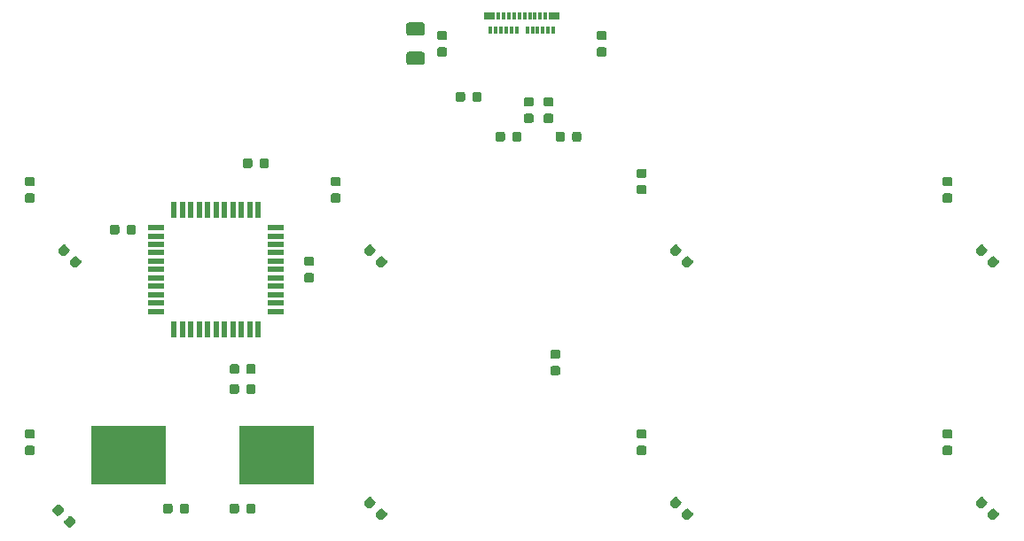
<source format=gbr>
G04 #@! TF.GenerationSoftware,KiCad,Pcbnew,(5.1.5)-3*
G04 #@! TF.CreationDate,2020-04-15T22:49:56+02:00*
G04 #@! TF.ProjectId,makroboard,6d616b72-6f62-46f6-9172-642e6b696361,rev?*
G04 #@! TF.SameCoordinates,Original*
G04 #@! TF.FileFunction,Paste,Bot*
G04 #@! TF.FilePolarity,Positive*
%FSLAX46Y46*%
G04 Gerber Fmt 4.6, Leading zero omitted, Abs format (unit mm)*
G04 Created by KiCad (PCBNEW (5.1.5)-3) date 2020-04-15 22:49:56*
%MOMM*%
%LPD*%
G04 APERTURE LIST*
%ADD10R,1.500000X0.550000*%
%ADD11R,0.550000X1.500000*%
%ADD12C,0.100000*%
%ADD13R,0.300000X0.700000*%
%ADD14R,1.000000X0.700000*%
%ADD15R,7.175000X5.600000*%
G04 APERTURE END LIST*
D10*
X69200000Y-48070000D03*
X69200000Y-48870000D03*
X69200000Y-49670000D03*
X69200000Y-50470000D03*
X69200000Y-51270000D03*
X69200000Y-52070000D03*
X69200000Y-52870000D03*
X69200000Y-53670000D03*
X69200000Y-54470000D03*
X69200000Y-55270000D03*
X69200000Y-56070000D03*
D11*
X67500000Y-57770000D03*
X66700000Y-57770000D03*
X65900000Y-57770000D03*
X65100000Y-57770000D03*
X64300000Y-57770000D03*
X63500000Y-57770000D03*
X62700000Y-57770000D03*
X61900000Y-57770000D03*
X61100000Y-57770000D03*
X60300000Y-57770000D03*
X59500000Y-57770000D03*
D10*
X57800000Y-56070000D03*
X57800000Y-55270000D03*
X57800000Y-54470000D03*
X57800000Y-53670000D03*
X57800000Y-52870000D03*
X57800000Y-52070000D03*
X57800000Y-51270000D03*
X57800000Y-50470000D03*
X57800000Y-49670000D03*
X57800000Y-48870000D03*
X57800000Y-48070000D03*
D11*
X59500000Y-46370000D03*
X60300000Y-46370000D03*
X61100000Y-46370000D03*
X61900000Y-46370000D03*
X62700000Y-46370000D03*
X63500000Y-46370000D03*
X64300000Y-46370000D03*
X65100000Y-46370000D03*
X65900000Y-46370000D03*
X66700000Y-46370000D03*
X67500000Y-46370000D03*
D12*
G36*
X50134805Y-50803274D02*
G01*
X50156040Y-50806424D01*
X50176864Y-50811640D01*
X50197076Y-50818872D01*
X50216482Y-50828051D01*
X50234895Y-50839087D01*
X50252138Y-50851875D01*
X50268044Y-50866291D01*
X50577403Y-51175650D01*
X50591819Y-51191556D01*
X50604607Y-51208799D01*
X50615643Y-51227212D01*
X50624822Y-51246618D01*
X50632054Y-51266830D01*
X50637270Y-51287654D01*
X50640420Y-51308889D01*
X50641473Y-51330330D01*
X50640420Y-51351771D01*
X50637270Y-51373006D01*
X50632054Y-51393830D01*
X50624822Y-51414042D01*
X50615643Y-51433448D01*
X50604607Y-51451861D01*
X50591819Y-51469104D01*
X50577403Y-51485010D01*
X50215010Y-51847403D01*
X50199104Y-51861819D01*
X50181861Y-51874607D01*
X50163448Y-51885643D01*
X50144042Y-51894822D01*
X50123830Y-51902054D01*
X50103006Y-51907270D01*
X50081771Y-51910420D01*
X50060330Y-51911473D01*
X50038889Y-51910420D01*
X50017654Y-51907270D01*
X49996830Y-51902054D01*
X49976618Y-51894822D01*
X49957212Y-51885643D01*
X49938799Y-51874607D01*
X49921556Y-51861819D01*
X49905650Y-51847403D01*
X49596291Y-51538044D01*
X49581875Y-51522138D01*
X49569087Y-51504895D01*
X49558051Y-51486482D01*
X49548872Y-51467076D01*
X49541640Y-51446864D01*
X49536424Y-51426040D01*
X49533274Y-51404805D01*
X49532221Y-51383364D01*
X49533274Y-51361923D01*
X49536424Y-51340688D01*
X49541640Y-51319864D01*
X49548872Y-51299652D01*
X49558051Y-51280246D01*
X49569087Y-51261833D01*
X49581875Y-51244590D01*
X49596291Y-51228684D01*
X49958684Y-50866291D01*
X49974590Y-50851875D01*
X49991833Y-50839087D01*
X50010246Y-50828051D01*
X50029652Y-50818872D01*
X50049864Y-50811640D01*
X50070688Y-50806424D01*
X50091923Y-50803274D01*
X50113364Y-50802221D01*
X50134805Y-50803274D01*
G37*
G36*
X49021111Y-49689580D02*
G01*
X49042346Y-49692730D01*
X49063170Y-49697946D01*
X49083382Y-49705178D01*
X49102788Y-49714357D01*
X49121201Y-49725393D01*
X49138444Y-49738181D01*
X49154350Y-49752597D01*
X49463709Y-50061956D01*
X49478125Y-50077862D01*
X49490913Y-50095105D01*
X49501949Y-50113518D01*
X49511128Y-50132924D01*
X49518360Y-50153136D01*
X49523576Y-50173960D01*
X49526726Y-50195195D01*
X49527779Y-50216636D01*
X49526726Y-50238077D01*
X49523576Y-50259312D01*
X49518360Y-50280136D01*
X49511128Y-50300348D01*
X49501949Y-50319754D01*
X49490913Y-50338167D01*
X49478125Y-50355410D01*
X49463709Y-50371316D01*
X49101316Y-50733709D01*
X49085410Y-50748125D01*
X49068167Y-50760913D01*
X49049754Y-50771949D01*
X49030348Y-50781128D01*
X49010136Y-50788360D01*
X48989312Y-50793576D01*
X48968077Y-50796726D01*
X48946636Y-50797779D01*
X48925195Y-50796726D01*
X48903960Y-50793576D01*
X48883136Y-50788360D01*
X48862924Y-50781128D01*
X48843518Y-50771949D01*
X48825105Y-50760913D01*
X48807862Y-50748125D01*
X48791956Y-50733709D01*
X48482597Y-50424350D01*
X48468181Y-50408444D01*
X48455393Y-50391201D01*
X48444357Y-50372788D01*
X48435178Y-50353382D01*
X48427946Y-50333170D01*
X48422730Y-50312346D01*
X48419580Y-50291111D01*
X48418527Y-50269670D01*
X48419580Y-50248229D01*
X48422730Y-50226994D01*
X48427946Y-50206170D01*
X48435178Y-50185958D01*
X48444357Y-50166552D01*
X48455393Y-50148139D01*
X48468181Y-50130896D01*
X48482597Y-50114990D01*
X48844990Y-49752597D01*
X48860896Y-49738181D01*
X48878139Y-49725393D01*
X48896552Y-49714357D01*
X48915958Y-49705178D01*
X48936170Y-49697946D01*
X48956994Y-49692730D01*
X48978229Y-49689580D01*
X48999670Y-49688527D01*
X49021111Y-49689580D01*
G37*
G36*
X108554805Y-74933274D02*
G01*
X108576040Y-74936424D01*
X108596864Y-74941640D01*
X108617076Y-74948872D01*
X108636482Y-74958051D01*
X108654895Y-74969087D01*
X108672138Y-74981875D01*
X108688044Y-74996291D01*
X108997403Y-75305650D01*
X109011819Y-75321556D01*
X109024607Y-75338799D01*
X109035643Y-75357212D01*
X109044822Y-75376618D01*
X109052054Y-75396830D01*
X109057270Y-75417654D01*
X109060420Y-75438889D01*
X109061473Y-75460330D01*
X109060420Y-75481771D01*
X109057270Y-75503006D01*
X109052054Y-75523830D01*
X109044822Y-75544042D01*
X109035643Y-75563448D01*
X109024607Y-75581861D01*
X109011819Y-75599104D01*
X108997403Y-75615010D01*
X108635010Y-75977403D01*
X108619104Y-75991819D01*
X108601861Y-76004607D01*
X108583448Y-76015643D01*
X108564042Y-76024822D01*
X108543830Y-76032054D01*
X108523006Y-76037270D01*
X108501771Y-76040420D01*
X108480330Y-76041473D01*
X108458889Y-76040420D01*
X108437654Y-76037270D01*
X108416830Y-76032054D01*
X108396618Y-76024822D01*
X108377212Y-76015643D01*
X108358799Y-76004607D01*
X108341556Y-75991819D01*
X108325650Y-75977403D01*
X108016291Y-75668044D01*
X108001875Y-75652138D01*
X107989087Y-75634895D01*
X107978051Y-75616482D01*
X107968872Y-75597076D01*
X107961640Y-75576864D01*
X107956424Y-75556040D01*
X107953274Y-75534805D01*
X107952221Y-75513364D01*
X107953274Y-75491923D01*
X107956424Y-75470688D01*
X107961640Y-75449864D01*
X107968872Y-75429652D01*
X107978051Y-75410246D01*
X107989087Y-75391833D01*
X108001875Y-75374590D01*
X108016291Y-75358684D01*
X108378684Y-74996291D01*
X108394590Y-74981875D01*
X108411833Y-74969087D01*
X108430246Y-74958051D01*
X108449652Y-74948872D01*
X108469864Y-74941640D01*
X108490688Y-74936424D01*
X108511923Y-74933274D01*
X108533364Y-74932221D01*
X108554805Y-74933274D01*
G37*
G36*
X107441111Y-73819580D02*
G01*
X107462346Y-73822730D01*
X107483170Y-73827946D01*
X107503382Y-73835178D01*
X107522788Y-73844357D01*
X107541201Y-73855393D01*
X107558444Y-73868181D01*
X107574350Y-73882597D01*
X107883709Y-74191956D01*
X107898125Y-74207862D01*
X107910913Y-74225105D01*
X107921949Y-74243518D01*
X107931128Y-74262924D01*
X107938360Y-74283136D01*
X107943576Y-74303960D01*
X107946726Y-74325195D01*
X107947779Y-74346636D01*
X107946726Y-74368077D01*
X107943576Y-74389312D01*
X107938360Y-74410136D01*
X107931128Y-74430348D01*
X107921949Y-74449754D01*
X107910913Y-74468167D01*
X107898125Y-74485410D01*
X107883709Y-74501316D01*
X107521316Y-74863709D01*
X107505410Y-74878125D01*
X107488167Y-74890913D01*
X107469754Y-74901949D01*
X107450348Y-74911128D01*
X107430136Y-74918360D01*
X107409312Y-74923576D01*
X107388077Y-74926726D01*
X107366636Y-74927779D01*
X107345195Y-74926726D01*
X107323960Y-74923576D01*
X107303136Y-74918360D01*
X107282924Y-74911128D01*
X107263518Y-74901949D01*
X107245105Y-74890913D01*
X107227862Y-74878125D01*
X107211956Y-74863709D01*
X106902597Y-74554350D01*
X106888181Y-74538444D01*
X106875393Y-74521201D01*
X106864357Y-74502788D01*
X106855178Y-74483382D01*
X106847946Y-74463170D01*
X106842730Y-74442346D01*
X106839580Y-74421111D01*
X106838527Y-74399670D01*
X106839580Y-74378229D01*
X106842730Y-74356994D01*
X106847946Y-74336170D01*
X106855178Y-74315958D01*
X106864357Y-74296552D01*
X106875393Y-74278139D01*
X106888181Y-74260896D01*
X106902597Y-74244990D01*
X107264990Y-73882597D01*
X107280896Y-73868181D01*
X107298139Y-73855393D01*
X107316552Y-73844357D01*
X107335958Y-73835178D01*
X107356170Y-73827946D01*
X107376994Y-73822730D01*
X107398229Y-73819580D01*
X107419670Y-73818527D01*
X107441111Y-73819580D01*
G37*
G36*
X79344805Y-50803274D02*
G01*
X79366040Y-50806424D01*
X79386864Y-50811640D01*
X79407076Y-50818872D01*
X79426482Y-50828051D01*
X79444895Y-50839087D01*
X79462138Y-50851875D01*
X79478044Y-50866291D01*
X79787403Y-51175650D01*
X79801819Y-51191556D01*
X79814607Y-51208799D01*
X79825643Y-51227212D01*
X79834822Y-51246618D01*
X79842054Y-51266830D01*
X79847270Y-51287654D01*
X79850420Y-51308889D01*
X79851473Y-51330330D01*
X79850420Y-51351771D01*
X79847270Y-51373006D01*
X79842054Y-51393830D01*
X79834822Y-51414042D01*
X79825643Y-51433448D01*
X79814607Y-51451861D01*
X79801819Y-51469104D01*
X79787403Y-51485010D01*
X79425010Y-51847403D01*
X79409104Y-51861819D01*
X79391861Y-51874607D01*
X79373448Y-51885643D01*
X79354042Y-51894822D01*
X79333830Y-51902054D01*
X79313006Y-51907270D01*
X79291771Y-51910420D01*
X79270330Y-51911473D01*
X79248889Y-51910420D01*
X79227654Y-51907270D01*
X79206830Y-51902054D01*
X79186618Y-51894822D01*
X79167212Y-51885643D01*
X79148799Y-51874607D01*
X79131556Y-51861819D01*
X79115650Y-51847403D01*
X78806291Y-51538044D01*
X78791875Y-51522138D01*
X78779087Y-51504895D01*
X78768051Y-51486482D01*
X78758872Y-51467076D01*
X78751640Y-51446864D01*
X78746424Y-51426040D01*
X78743274Y-51404805D01*
X78742221Y-51383364D01*
X78743274Y-51361923D01*
X78746424Y-51340688D01*
X78751640Y-51319864D01*
X78758872Y-51299652D01*
X78768051Y-51280246D01*
X78779087Y-51261833D01*
X78791875Y-51244590D01*
X78806291Y-51228684D01*
X79168684Y-50866291D01*
X79184590Y-50851875D01*
X79201833Y-50839087D01*
X79220246Y-50828051D01*
X79239652Y-50818872D01*
X79259864Y-50811640D01*
X79280688Y-50806424D01*
X79301923Y-50803274D01*
X79323364Y-50802221D01*
X79344805Y-50803274D01*
G37*
G36*
X78231111Y-49689580D02*
G01*
X78252346Y-49692730D01*
X78273170Y-49697946D01*
X78293382Y-49705178D01*
X78312788Y-49714357D01*
X78331201Y-49725393D01*
X78348444Y-49738181D01*
X78364350Y-49752597D01*
X78673709Y-50061956D01*
X78688125Y-50077862D01*
X78700913Y-50095105D01*
X78711949Y-50113518D01*
X78721128Y-50132924D01*
X78728360Y-50153136D01*
X78733576Y-50173960D01*
X78736726Y-50195195D01*
X78737779Y-50216636D01*
X78736726Y-50238077D01*
X78733576Y-50259312D01*
X78728360Y-50280136D01*
X78721128Y-50300348D01*
X78711949Y-50319754D01*
X78700913Y-50338167D01*
X78688125Y-50355410D01*
X78673709Y-50371316D01*
X78311316Y-50733709D01*
X78295410Y-50748125D01*
X78278167Y-50760913D01*
X78259754Y-50771949D01*
X78240348Y-50781128D01*
X78220136Y-50788360D01*
X78199312Y-50793576D01*
X78178077Y-50796726D01*
X78156636Y-50797779D01*
X78135195Y-50796726D01*
X78113960Y-50793576D01*
X78093136Y-50788360D01*
X78072924Y-50781128D01*
X78053518Y-50771949D01*
X78035105Y-50760913D01*
X78017862Y-50748125D01*
X78001956Y-50733709D01*
X77692597Y-50424350D01*
X77678181Y-50408444D01*
X77665393Y-50391201D01*
X77654357Y-50372788D01*
X77645178Y-50353382D01*
X77637946Y-50333170D01*
X77632730Y-50312346D01*
X77629580Y-50291111D01*
X77628527Y-50269670D01*
X77629580Y-50248229D01*
X77632730Y-50226994D01*
X77637946Y-50206170D01*
X77645178Y-50185958D01*
X77654357Y-50166552D01*
X77665393Y-50148139D01*
X77678181Y-50130896D01*
X77692597Y-50114990D01*
X78054990Y-49752597D01*
X78070896Y-49738181D01*
X78088139Y-49725393D01*
X78106552Y-49714357D01*
X78125958Y-49705178D01*
X78146170Y-49697946D01*
X78166994Y-49692730D01*
X78188229Y-49689580D01*
X78209670Y-49688527D01*
X78231111Y-49689580D01*
G37*
G36*
X107441111Y-49689580D02*
G01*
X107462346Y-49692730D01*
X107483170Y-49697946D01*
X107503382Y-49705178D01*
X107522788Y-49714357D01*
X107541201Y-49725393D01*
X107558444Y-49738181D01*
X107574350Y-49752597D01*
X107883709Y-50061956D01*
X107898125Y-50077862D01*
X107910913Y-50095105D01*
X107921949Y-50113518D01*
X107931128Y-50132924D01*
X107938360Y-50153136D01*
X107943576Y-50173960D01*
X107946726Y-50195195D01*
X107947779Y-50216636D01*
X107946726Y-50238077D01*
X107943576Y-50259312D01*
X107938360Y-50280136D01*
X107931128Y-50300348D01*
X107921949Y-50319754D01*
X107910913Y-50338167D01*
X107898125Y-50355410D01*
X107883709Y-50371316D01*
X107521316Y-50733709D01*
X107505410Y-50748125D01*
X107488167Y-50760913D01*
X107469754Y-50771949D01*
X107450348Y-50781128D01*
X107430136Y-50788360D01*
X107409312Y-50793576D01*
X107388077Y-50796726D01*
X107366636Y-50797779D01*
X107345195Y-50796726D01*
X107323960Y-50793576D01*
X107303136Y-50788360D01*
X107282924Y-50781128D01*
X107263518Y-50771949D01*
X107245105Y-50760913D01*
X107227862Y-50748125D01*
X107211956Y-50733709D01*
X106902597Y-50424350D01*
X106888181Y-50408444D01*
X106875393Y-50391201D01*
X106864357Y-50372788D01*
X106855178Y-50353382D01*
X106847946Y-50333170D01*
X106842730Y-50312346D01*
X106839580Y-50291111D01*
X106838527Y-50269670D01*
X106839580Y-50248229D01*
X106842730Y-50226994D01*
X106847946Y-50206170D01*
X106855178Y-50185958D01*
X106864357Y-50166552D01*
X106875393Y-50148139D01*
X106888181Y-50130896D01*
X106902597Y-50114990D01*
X107264990Y-49752597D01*
X107280896Y-49738181D01*
X107298139Y-49725393D01*
X107316552Y-49714357D01*
X107335958Y-49705178D01*
X107356170Y-49697946D01*
X107376994Y-49692730D01*
X107398229Y-49689580D01*
X107419670Y-49688527D01*
X107441111Y-49689580D01*
G37*
G36*
X108554805Y-50803274D02*
G01*
X108576040Y-50806424D01*
X108596864Y-50811640D01*
X108617076Y-50818872D01*
X108636482Y-50828051D01*
X108654895Y-50839087D01*
X108672138Y-50851875D01*
X108688044Y-50866291D01*
X108997403Y-51175650D01*
X109011819Y-51191556D01*
X109024607Y-51208799D01*
X109035643Y-51227212D01*
X109044822Y-51246618D01*
X109052054Y-51266830D01*
X109057270Y-51287654D01*
X109060420Y-51308889D01*
X109061473Y-51330330D01*
X109060420Y-51351771D01*
X109057270Y-51373006D01*
X109052054Y-51393830D01*
X109044822Y-51414042D01*
X109035643Y-51433448D01*
X109024607Y-51451861D01*
X109011819Y-51469104D01*
X108997403Y-51485010D01*
X108635010Y-51847403D01*
X108619104Y-51861819D01*
X108601861Y-51874607D01*
X108583448Y-51885643D01*
X108564042Y-51894822D01*
X108543830Y-51902054D01*
X108523006Y-51907270D01*
X108501771Y-51910420D01*
X108480330Y-51911473D01*
X108458889Y-51910420D01*
X108437654Y-51907270D01*
X108416830Y-51902054D01*
X108396618Y-51894822D01*
X108377212Y-51885643D01*
X108358799Y-51874607D01*
X108341556Y-51861819D01*
X108325650Y-51847403D01*
X108016291Y-51538044D01*
X108001875Y-51522138D01*
X107989087Y-51504895D01*
X107978051Y-51486482D01*
X107968872Y-51467076D01*
X107961640Y-51446864D01*
X107956424Y-51426040D01*
X107953274Y-51404805D01*
X107952221Y-51383364D01*
X107953274Y-51361923D01*
X107956424Y-51340688D01*
X107961640Y-51319864D01*
X107968872Y-51299652D01*
X107978051Y-51280246D01*
X107989087Y-51261833D01*
X108001875Y-51244590D01*
X108016291Y-51228684D01*
X108378684Y-50866291D01*
X108394590Y-50851875D01*
X108411833Y-50839087D01*
X108430246Y-50828051D01*
X108449652Y-50818872D01*
X108469864Y-50811640D01*
X108490688Y-50806424D01*
X108511923Y-50803274D01*
X108533364Y-50802221D01*
X108554805Y-50803274D01*
G37*
G36*
X137764805Y-50803274D02*
G01*
X137786040Y-50806424D01*
X137806864Y-50811640D01*
X137827076Y-50818872D01*
X137846482Y-50828051D01*
X137864895Y-50839087D01*
X137882138Y-50851875D01*
X137898044Y-50866291D01*
X138207403Y-51175650D01*
X138221819Y-51191556D01*
X138234607Y-51208799D01*
X138245643Y-51227212D01*
X138254822Y-51246618D01*
X138262054Y-51266830D01*
X138267270Y-51287654D01*
X138270420Y-51308889D01*
X138271473Y-51330330D01*
X138270420Y-51351771D01*
X138267270Y-51373006D01*
X138262054Y-51393830D01*
X138254822Y-51414042D01*
X138245643Y-51433448D01*
X138234607Y-51451861D01*
X138221819Y-51469104D01*
X138207403Y-51485010D01*
X137845010Y-51847403D01*
X137829104Y-51861819D01*
X137811861Y-51874607D01*
X137793448Y-51885643D01*
X137774042Y-51894822D01*
X137753830Y-51902054D01*
X137733006Y-51907270D01*
X137711771Y-51910420D01*
X137690330Y-51911473D01*
X137668889Y-51910420D01*
X137647654Y-51907270D01*
X137626830Y-51902054D01*
X137606618Y-51894822D01*
X137587212Y-51885643D01*
X137568799Y-51874607D01*
X137551556Y-51861819D01*
X137535650Y-51847403D01*
X137226291Y-51538044D01*
X137211875Y-51522138D01*
X137199087Y-51504895D01*
X137188051Y-51486482D01*
X137178872Y-51467076D01*
X137171640Y-51446864D01*
X137166424Y-51426040D01*
X137163274Y-51404805D01*
X137162221Y-51383364D01*
X137163274Y-51361923D01*
X137166424Y-51340688D01*
X137171640Y-51319864D01*
X137178872Y-51299652D01*
X137188051Y-51280246D01*
X137199087Y-51261833D01*
X137211875Y-51244590D01*
X137226291Y-51228684D01*
X137588684Y-50866291D01*
X137604590Y-50851875D01*
X137621833Y-50839087D01*
X137640246Y-50828051D01*
X137659652Y-50818872D01*
X137679864Y-50811640D01*
X137700688Y-50806424D01*
X137721923Y-50803274D01*
X137743364Y-50802221D01*
X137764805Y-50803274D01*
G37*
G36*
X136651111Y-49689580D02*
G01*
X136672346Y-49692730D01*
X136693170Y-49697946D01*
X136713382Y-49705178D01*
X136732788Y-49714357D01*
X136751201Y-49725393D01*
X136768444Y-49738181D01*
X136784350Y-49752597D01*
X137093709Y-50061956D01*
X137108125Y-50077862D01*
X137120913Y-50095105D01*
X137131949Y-50113518D01*
X137141128Y-50132924D01*
X137148360Y-50153136D01*
X137153576Y-50173960D01*
X137156726Y-50195195D01*
X137157779Y-50216636D01*
X137156726Y-50238077D01*
X137153576Y-50259312D01*
X137148360Y-50280136D01*
X137141128Y-50300348D01*
X137131949Y-50319754D01*
X137120913Y-50338167D01*
X137108125Y-50355410D01*
X137093709Y-50371316D01*
X136731316Y-50733709D01*
X136715410Y-50748125D01*
X136698167Y-50760913D01*
X136679754Y-50771949D01*
X136660348Y-50781128D01*
X136640136Y-50788360D01*
X136619312Y-50793576D01*
X136598077Y-50796726D01*
X136576636Y-50797779D01*
X136555195Y-50796726D01*
X136533960Y-50793576D01*
X136513136Y-50788360D01*
X136492924Y-50781128D01*
X136473518Y-50771949D01*
X136455105Y-50760913D01*
X136437862Y-50748125D01*
X136421956Y-50733709D01*
X136112597Y-50424350D01*
X136098181Y-50408444D01*
X136085393Y-50391201D01*
X136074357Y-50372788D01*
X136065178Y-50353382D01*
X136057946Y-50333170D01*
X136052730Y-50312346D01*
X136049580Y-50291111D01*
X136048527Y-50269670D01*
X136049580Y-50248229D01*
X136052730Y-50226994D01*
X136057946Y-50206170D01*
X136065178Y-50185958D01*
X136074357Y-50166552D01*
X136085393Y-50148139D01*
X136098181Y-50130896D01*
X136112597Y-50114990D01*
X136474990Y-49752597D01*
X136490896Y-49738181D01*
X136508139Y-49725393D01*
X136526552Y-49714357D01*
X136545958Y-49705178D01*
X136566170Y-49697946D01*
X136586994Y-49692730D01*
X136608229Y-49689580D01*
X136629670Y-49688527D01*
X136651111Y-49689580D01*
G37*
G36*
X136651111Y-73819580D02*
G01*
X136672346Y-73822730D01*
X136693170Y-73827946D01*
X136713382Y-73835178D01*
X136732788Y-73844357D01*
X136751201Y-73855393D01*
X136768444Y-73868181D01*
X136784350Y-73882597D01*
X137093709Y-74191956D01*
X137108125Y-74207862D01*
X137120913Y-74225105D01*
X137131949Y-74243518D01*
X137141128Y-74262924D01*
X137148360Y-74283136D01*
X137153576Y-74303960D01*
X137156726Y-74325195D01*
X137157779Y-74346636D01*
X137156726Y-74368077D01*
X137153576Y-74389312D01*
X137148360Y-74410136D01*
X137141128Y-74430348D01*
X137131949Y-74449754D01*
X137120913Y-74468167D01*
X137108125Y-74485410D01*
X137093709Y-74501316D01*
X136731316Y-74863709D01*
X136715410Y-74878125D01*
X136698167Y-74890913D01*
X136679754Y-74901949D01*
X136660348Y-74911128D01*
X136640136Y-74918360D01*
X136619312Y-74923576D01*
X136598077Y-74926726D01*
X136576636Y-74927779D01*
X136555195Y-74926726D01*
X136533960Y-74923576D01*
X136513136Y-74918360D01*
X136492924Y-74911128D01*
X136473518Y-74901949D01*
X136455105Y-74890913D01*
X136437862Y-74878125D01*
X136421956Y-74863709D01*
X136112597Y-74554350D01*
X136098181Y-74538444D01*
X136085393Y-74521201D01*
X136074357Y-74502788D01*
X136065178Y-74483382D01*
X136057946Y-74463170D01*
X136052730Y-74442346D01*
X136049580Y-74421111D01*
X136048527Y-74399670D01*
X136049580Y-74378229D01*
X136052730Y-74356994D01*
X136057946Y-74336170D01*
X136065178Y-74315958D01*
X136074357Y-74296552D01*
X136085393Y-74278139D01*
X136098181Y-74260896D01*
X136112597Y-74244990D01*
X136474990Y-73882597D01*
X136490896Y-73868181D01*
X136508139Y-73855393D01*
X136526552Y-73844357D01*
X136545958Y-73835178D01*
X136566170Y-73827946D01*
X136586994Y-73822730D01*
X136608229Y-73819580D01*
X136629670Y-73818527D01*
X136651111Y-73819580D01*
G37*
G36*
X137764805Y-74933274D02*
G01*
X137786040Y-74936424D01*
X137806864Y-74941640D01*
X137827076Y-74948872D01*
X137846482Y-74958051D01*
X137864895Y-74969087D01*
X137882138Y-74981875D01*
X137898044Y-74996291D01*
X138207403Y-75305650D01*
X138221819Y-75321556D01*
X138234607Y-75338799D01*
X138245643Y-75357212D01*
X138254822Y-75376618D01*
X138262054Y-75396830D01*
X138267270Y-75417654D01*
X138270420Y-75438889D01*
X138271473Y-75460330D01*
X138270420Y-75481771D01*
X138267270Y-75503006D01*
X138262054Y-75523830D01*
X138254822Y-75544042D01*
X138245643Y-75563448D01*
X138234607Y-75581861D01*
X138221819Y-75599104D01*
X138207403Y-75615010D01*
X137845010Y-75977403D01*
X137829104Y-75991819D01*
X137811861Y-76004607D01*
X137793448Y-76015643D01*
X137774042Y-76024822D01*
X137753830Y-76032054D01*
X137733006Y-76037270D01*
X137711771Y-76040420D01*
X137690330Y-76041473D01*
X137668889Y-76040420D01*
X137647654Y-76037270D01*
X137626830Y-76032054D01*
X137606618Y-76024822D01*
X137587212Y-76015643D01*
X137568799Y-76004607D01*
X137551556Y-75991819D01*
X137535650Y-75977403D01*
X137226291Y-75668044D01*
X137211875Y-75652138D01*
X137199087Y-75634895D01*
X137188051Y-75616482D01*
X137178872Y-75597076D01*
X137171640Y-75576864D01*
X137166424Y-75556040D01*
X137163274Y-75534805D01*
X137162221Y-75513364D01*
X137163274Y-75491923D01*
X137166424Y-75470688D01*
X137171640Y-75449864D01*
X137178872Y-75429652D01*
X137188051Y-75410246D01*
X137199087Y-75391833D01*
X137211875Y-75374590D01*
X137226291Y-75358684D01*
X137588684Y-74996291D01*
X137604590Y-74981875D01*
X137621833Y-74969087D01*
X137640246Y-74958051D01*
X137659652Y-74948872D01*
X137679864Y-74941640D01*
X137700688Y-74936424D01*
X137721923Y-74933274D01*
X137743364Y-74932221D01*
X137764805Y-74933274D01*
G37*
G36*
X48464264Y-74532733D02*
G01*
X48485499Y-74535883D01*
X48506323Y-74541099D01*
X48526535Y-74548331D01*
X48545941Y-74557510D01*
X48564354Y-74568546D01*
X48581597Y-74581334D01*
X48597503Y-74595750D01*
X48906862Y-74905109D01*
X48921278Y-74921015D01*
X48934066Y-74938258D01*
X48945102Y-74956671D01*
X48954281Y-74976077D01*
X48961513Y-74996289D01*
X48966729Y-75017113D01*
X48969879Y-75038348D01*
X48970932Y-75059789D01*
X48969879Y-75081230D01*
X48966729Y-75102465D01*
X48961513Y-75123289D01*
X48954281Y-75143501D01*
X48945102Y-75162907D01*
X48934066Y-75181320D01*
X48921278Y-75198563D01*
X48906862Y-75214469D01*
X48544469Y-75576862D01*
X48528563Y-75591278D01*
X48511320Y-75604066D01*
X48492907Y-75615102D01*
X48473501Y-75624281D01*
X48453289Y-75631513D01*
X48432465Y-75636729D01*
X48411230Y-75639879D01*
X48389789Y-75640932D01*
X48368348Y-75639879D01*
X48347113Y-75636729D01*
X48326289Y-75631513D01*
X48306077Y-75624281D01*
X48286671Y-75615102D01*
X48268258Y-75604066D01*
X48251015Y-75591278D01*
X48235109Y-75576862D01*
X47925750Y-75267503D01*
X47911334Y-75251597D01*
X47898546Y-75234354D01*
X47887510Y-75215941D01*
X47878331Y-75196535D01*
X47871099Y-75176323D01*
X47865883Y-75155499D01*
X47862733Y-75134264D01*
X47861680Y-75112823D01*
X47862733Y-75091382D01*
X47865883Y-75070147D01*
X47871099Y-75049323D01*
X47878331Y-75029111D01*
X47887510Y-75009705D01*
X47898546Y-74991292D01*
X47911334Y-74974049D01*
X47925750Y-74958143D01*
X48288143Y-74595750D01*
X48304049Y-74581334D01*
X48321292Y-74568546D01*
X48339705Y-74557510D01*
X48359111Y-74548331D01*
X48379323Y-74541099D01*
X48400147Y-74535883D01*
X48421382Y-74532733D01*
X48442823Y-74531680D01*
X48464264Y-74532733D01*
G37*
G36*
X49577958Y-75646427D02*
G01*
X49599193Y-75649577D01*
X49620017Y-75654793D01*
X49640229Y-75662025D01*
X49659635Y-75671204D01*
X49678048Y-75682240D01*
X49695291Y-75695028D01*
X49711197Y-75709444D01*
X50020556Y-76018803D01*
X50034972Y-76034709D01*
X50047760Y-76051952D01*
X50058796Y-76070365D01*
X50067975Y-76089771D01*
X50075207Y-76109983D01*
X50080423Y-76130807D01*
X50083573Y-76152042D01*
X50084626Y-76173483D01*
X50083573Y-76194924D01*
X50080423Y-76216159D01*
X50075207Y-76236983D01*
X50067975Y-76257195D01*
X50058796Y-76276601D01*
X50047760Y-76295014D01*
X50034972Y-76312257D01*
X50020556Y-76328163D01*
X49658163Y-76690556D01*
X49642257Y-76704972D01*
X49625014Y-76717760D01*
X49606601Y-76728796D01*
X49587195Y-76737975D01*
X49566983Y-76745207D01*
X49546159Y-76750423D01*
X49524924Y-76753573D01*
X49503483Y-76754626D01*
X49482042Y-76753573D01*
X49460807Y-76750423D01*
X49439983Y-76745207D01*
X49419771Y-76737975D01*
X49400365Y-76728796D01*
X49381952Y-76717760D01*
X49364709Y-76704972D01*
X49348803Y-76690556D01*
X49039444Y-76381197D01*
X49025028Y-76365291D01*
X49012240Y-76348048D01*
X49001204Y-76329635D01*
X48992025Y-76310229D01*
X48984793Y-76290017D01*
X48979577Y-76269193D01*
X48976427Y-76247958D01*
X48975374Y-76226517D01*
X48976427Y-76205076D01*
X48979577Y-76183841D01*
X48984793Y-76163017D01*
X48992025Y-76142805D01*
X49001204Y-76123399D01*
X49012240Y-76104986D01*
X49025028Y-76087743D01*
X49039444Y-76071837D01*
X49401837Y-75709444D01*
X49417743Y-75695028D01*
X49434986Y-75682240D01*
X49453399Y-75671204D01*
X49472805Y-75662025D01*
X49493017Y-75654793D01*
X49513841Y-75649577D01*
X49535076Y-75646427D01*
X49556517Y-75645374D01*
X49577958Y-75646427D01*
G37*
G36*
X79344805Y-74933274D02*
G01*
X79366040Y-74936424D01*
X79386864Y-74941640D01*
X79407076Y-74948872D01*
X79426482Y-74958051D01*
X79444895Y-74969087D01*
X79462138Y-74981875D01*
X79478044Y-74996291D01*
X79787403Y-75305650D01*
X79801819Y-75321556D01*
X79814607Y-75338799D01*
X79825643Y-75357212D01*
X79834822Y-75376618D01*
X79842054Y-75396830D01*
X79847270Y-75417654D01*
X79850420Y-75438889D01*
X79851473Y-75460330D01*
X79850420Y-75481771D01*
X79847270Y-75503006D01*
X79842054Y-75523830D01*
X79834822Y-75544042D01*
X79825643Y-75563448D01*
X79814607Y-75581861D01*
X79801819Y-75599104D01*
X79787403Y-75615010D01*
X79425010Y-75977403D01*
X79409104Y-75991819D01*
X79391861Y-76004607D01*
X79373448Y-76015643D01*
X79354042Y-76024822D01*
X79333830Y-76032054D01*
X79313006Y-76037270D01*
X79291771Y-76040420D01*
X79270330Y-76041473D01*
X79248889Y-76040420D01*
X79227654Y-76037270D01*
X79206830Y-76032054D01*
X79186618Y-76024822D01*
X79167212Y-76015643D01*
X79148799Y-76004607D01*
X79131556Y-75991819D01*
X79115650Y-75977403D01*
X78806291Y-75668044D01*
X78791875Y-75652138D01*
X78779087Y-75634895D01*
X78768051Y-75616482D01*
X78758872Y-75597076D01*
X78751640Y-75576864D01*
X78746424Y-75556040D01*
X78743274Y-75534805D01*
X78742221Y-75513364D01*
X78743274Y-75491923D01*
X78746424Y-75470688D01*
X78751640Y-75449864D01*
X78758872Y-75429652D01*
X78768051Y-75410246D01*
X78779087Y-75391833D01*
X78791875Y-75374590D01*
X78806291Y-75358684D01*
X79168684Y-74996291D01*
X79184590Y-74981875D01*
X79201833Y-74969087D01*
X79220246Y-74958051D01*
X79239652Y-74948872D01*
X79259864Y-74941640D01*
X79280688Y-74936424D01*
X79301923Y-74933274D01*
X79323364Y-74932221D01*
X79344805Y-74933274D01*
G37*
G36*
X78231111Y-73819580D02*
G01*
X78252346Y-73822730D01*
X78273170Y-73827946D01*
X78293382Y-73835178D01*
X78312788Y-73844357D01*
X78331201Y-73855393D01*
X78348444Y-73868181D01*
X78364350Y-73882597D01*
X78673709Y-74191956D01*
X78688125Y-74207862D01*
X78700913Y-74225105D01*
X78711949Y-74243518D01*
X78721128Y-74262924D01*
X78728360Y-74283136D01*
X78733576Y-74303960D01*
X78736726Y-74325195D01*
X78737779Y-74346636D01*
X78736726Y-74368077D01*
X78733576Y-74389312D01*
X78728360Y-74410136D01*
X78721128Y-74430348D01*
X78711949Y-74449754D01*
X78700913Y-74468167D01*
X78688125Y-74485410D01*
X78673709Y-74501316D01*
X78311316Y-74863709D01*
X78295410Y-74878125D01*
X78278167Y-74890913D01*
X78259754Y-74901949D01*
X78240348Y-74911128D01*
X78220136Y-74918360D01*
X78199312Y-74923576D01*
X78178077Y-74926726D01*
X78156636Y-74927779D01*
X78135195Y-74926726D01*
X78113960Y-74923576D01*
X78093136Y-74918360D01*
X78072924Y-74911128D01*
X78053518Y-74901949D01*
X78035105Y-74890913D01*
X78017862Y-74878125D01*
X78001956Y-74863709D01*
X77692597Y-74554350D01*
X77678181Y-74538444D01*
X77665393Y-74521201D01*
X77654357Y-74502788D01*
X77645178Y-74483382D01*
X77637946Y-74463170D01*
X77632730Y-74442346D01*
X77629580Y-74421111D01*
X77628527Y-74399670D01*
X77629580Y-74378229D01*
X77632730Y-74356994D01*
X77637946Y-74336170D01*
X77645178Y-74315958D01*
X77654357Y-74296552D01*
X77665393Y-74278139D01*
X77678181Y-74260896D01*
X77692597Y-74244990D01*
X78054990Y-73882597D01*
X78070896Y-73868181D01*
X78088139Y-73855393D01*
X78106552Y-73844357D01*
X78125958Y-73835178D01*
X78146170Y-73827946D01*
X78166994Y-73822730D01*
X78188229Y-73819580D01*
X78209670Y-73818527D01*
X78231111Y-73819580D01*
G37*
G36*
X60717691Y-74456053D02*
G01*
X60738926Y-74459203D01*
X60759750Y-74464419D01*
X60779962Y-74471651D01*
X60799368Y-74480830D01*
X60817781Y-74491866D01*
X60835024Y-74504654D01*
X60850930Y-74519070D01*
X60865346Y-74534976D01*
X60878134Y-74552219D01*
X60889170Y-74570632D01*
X60898349Y-74590038D01*
X60905581Y-74610250D01*
X60910797Y-74631074D01*
X60913947Y-74652309D01*
X60915000Y-74673750D01*
X60915000Y-75186250D01*
X60913947Y-75207691D01*
X60910797Y-75228926D01*
X60905581Y-75249750D01*
X60898349Y-75269962D01*
X60889170Y-75289368D01*
X60878134Y-75307781D01*
X60865346Y-75325024D01*
X60850930Y-75340930D01*
X60835024Y-75355346D01*
X60817781Y-75368134D01*
X60799368Y-75379170D01*
X60779962Y-75388349D01*
X60759750Y-75395581D01*
X60738926Y-75400797D01*
X60717691Y-75403947D01*
X60696250Y-75405000D01*
X60258750Y-75405000D01*
X60237309Y-75403947D01*
X60216074Y-75400797D01*
X60195250Y-75395581D01*
X60175038Y-75388349D01*
X60155632Y-75379170D01*
X60137219Y-75368134D01*
X60119976Y-75355346D01*
X60104070Y-75340930D01*
X60089654Y-75325024D01*
X60076866Y-75307781D01*
X60065830Y-75289368D01*
X60056651Y-75269962D01*
X60049419Y-75249750D01*
X60044203Y-75228926D01*
X60041053Y-75207691D01*
X60040000Y-75186250D01*
X60040000Y-74673750D01*
X60041053Y-74652309D01*
X60044203Y-74631074D01*
X60049419Y-74610250D01*
X60056651Y-74590038D01*
X60065830Y-74570632D01*
X60076866Y-74552219D01*
X60089654Y-74534976D01*
X60104070Y-74519070D01*
X60119976Y-74504654D01*
X60137219Y-74491866D01*
X60155632Y-74480830D01*
X60175038Y-74471651D01*
X60195250Y-74464419D01*
X60216074Y-74459203D01*
X60237309Y-74456053D01*
X60258750Y-74455000D01*
X60696250Y-74455000D01*
X60717691Y-74456053D01*
G37*
G36*
X59142691Y-74456053D02*
G01*
X59163926Y-74459203D01*
X59184750Y-74464419D01*
X59204962Y-74471651D01*
X59224368Y-74480830D01*
X59242781Y-74491866D01*
X59260024Y-74504654D01*
X59275930Y-74519070D01*
X59290346Y-74534976D01*
X59303134Y-74552219D01*
X59314170Y-74570632D01*
X59323349Y-74590038D01*
X59330581Y-74610250D01*
X59335797Y-74631074D01*
X59338947Y-74652309D01*
X59340000Y-74673750D01*
X59340000Y-75186250D01*
X59338947Y-75207691D01*
X59335797Y-75228926D01*
X59330581Y-75249750D01*
X59323349Y-75269962D01*
X59314170Y-75289368D01*
X59303134Y-75307781D01*
X59290346Y-75325024D01*
X59275930Y-75340930D01*
X59260024Y-75355346D01*
X59242781Y-75368134D01*
X59224368Y-75379170D01*
X59204962Y-75388349D01*
X59184750Y-75395581D01*
X59163926Y-75400797D01*
X59142691Y-75403947D01*
X59121250Y-75405000D01*
X58683750Y-75405000D01*
X58662309Y-75403947D01*
X58641074Y-75400797D01*
X58620250Y-75395581D01*
X58600038Y-75388349D01*
X58580632Y-75379170D01*
X58562219Y-75368134D01*
X58544976Y-75355346D01*
X58529070Y-75340930D01*
X58514654Y-75325024D01*
X58501866Y-75307781D01*
X58490830Y-75289368D01*
X58481651Y-75269962D01*
X58474419Y-75249750D01*
X58469203Y-75228926D01*
X58466053Y-75207691D01*
X58465000Y-75186250D01*
X58465000Y-74673750D01*
X58466053Y-74652309D01*
X58469203Y-74631074D01*
X58474419Y-74610250D01*
X58481651Y-74590038D01*
X58490830Y-74570632D01*
X58501866Y-74552219D01*
X58514654Y-74534976D01*
X58529070Y-74519070D01*
X58544976Y-74504654D01*
X58562219Y-74491866D01*
X58580632Y-74480830D01*
X58600038Y-74471651D01*
X58620250Y-74464419D01*
X58641074Y-74459203D01*
X58662309Y-74456053D01*
X58683750Y-74455000D01*
X59121250Y-74455000D01*
X59142691Y-74456053D01*
G37*
G36*
X67067691Y-74456053D02*
G01*
X67088926Y-74459203D01*
X67109750Y-74464419D01*
X67129962Y-74471651D01*
X67149368Y-74480830D01*
X67167781Y-74491866D01*
X67185024Y-74504654D01*
X67200930Y-74519070D01*
X67215346Y-74534976D01*
X67228134Y-74552219D01*
X67239170Y-74570632D01*
X67248349Y-74590038D01*
X67255581Y-74610250D01*
X67260797Y-74631074D01*
X67263947Y-74652309D01*
X67265000Y-74673750D01*
X67265000Y-75186250D01*
X67263947Y-75207691D01*
X67260797Y-75228926D01*
X67255581Y-75249750D01*
X67248349Y-75269962D01*
X67239170Y-75289368D01*
X67228134Y-75307781D01*
X67215346Y-75325024D01*
X67200930Y-75340930D01*
X67185024Y-75355346D01*
X67167781Y-75368134D01*
X67149368Y-75379170D01*
X67129962Y-75388349D01*
X67109750Y-75395581D01*
X67088926Y-75400797D01*
X67067691Y-75403947D01*
X67046250Y-75405000D01*
X66608750Y-75405000D01*
X66587309Y-75403947D01*
X66566074Y-75400797D01*
X66545250Y-75395581D01*
X66525038Y-75388349D01*
X66505632Y-75379170D01*
X66487219Y-75368134D01*
X66469976Y-75355346D01*
X66454070Y-75340930D01*
X66439654Y-75325024D01*
X66426866Y-75307781D01*
X66415830Y-75289368D01*
X66406651Y-75269962D01*
X66399419Y-75249750D01*
X66394203Y-75228926D01*
X66391053Y-75207691D01*
X66390000Y-75186250D01*
X66390000Y-74673750D01*
X66391053Y-74652309D01*
X66394203Y-74631074D01*
X66399419Y-74610250D01*
X66406651Y-74590038D01*
X66415830Y-74570632D01*
X66426866Y-74552219D01*
X66439654Y-74534976D01*
X66454070Y-74519070D01*
X66469976Y-74504654D01*
X66487219Y-74491866D01*
X66505632Y-74480830D01*
X66525038Y-74471651D01*
X66545250Y-74464419D01*
X66566074Y-74459203D01*
X66587309Y-74456053D01*
X66608750Y-74455000D01*
X67046250Y-74455000D01*
X67067691Y-74456053D01*
G37*
G36*
X65492691Y-74456053D02*
G01*
X65513926Y-74459203D01*
X65534750Y-74464419D01*
X65554962Y-74471651D01*
X65574368Y-74480830D01*
X65592781Y-74491866D01*
X65610024Y-74504654D01*
X65625930Y-74519070D01*
X65640346Y-74534976D01*
X65653134Y-74552219D01*
X65664170Y-74570632D01*
X65673349Y-74590038D01*
X65680581Y-74610250D01*
X65685797Y-74631074D01*
X65688947Y-74652309D01*
X65690000Y-74673750D01*
X65690000Y-75186250D01*
X65688947Y-75207691D01*
X65685797Y-75228926D01*
X65680581Y-75249750D01*
X65673349Y-75269962D01*
X65664170Y-75289368D01*
X65653134Y-75307781D01*
X65640346Y-75325024D01*
X65625930Y-75340930D01*
X65610024Y-75355346D01*
X65592781Y-75368134D01*
X65574368Y-75379170D01*
X65554962Y-75388349D01*
X65534750Y-75395581D01*
X65513926Y-75400797D01*
X65492691Y-75403947D01*
X65471250Y-75405000D01*
X65033750Y-75405000D01*
X65012309Y-75403947D01*
X64991074Y-75400797D01*
X64970250Y-75395581D01*
X64950038Y-75388349D01*
X64930632Y-75379170D01*
X64912219Y-75368134D01*
X64894976Y-75355346D01*
X64879070Y-75340930D01*
X64864654Y-75325024D01*
X64851866Y-75307781D01*
X64840830Y-75289368D01*
X64831651Y-75269962D01*
X64824419Y-75249750D01*
X64819203Y-75228926D01*
X64816053Y-75207691D01*
X64815000Y-75186250D01*
X64815000Y-74673750D01*
X64816053Y-74652309D01*
X64819203Y-74631074D01*
X64824419Y-74610250D01*
X64831651Y-74590038D01*
X64840830Y-74570632D01*
X64851866Y-74552219D01*
X64864654Y-74534976D01*
X64879070Y-74519070D01*
X64894976Y-74504654D01*
X64912219Y-74491866D01*
X64930632Y-74480830D01*
X64950038Y-74471651D01*
X64970250Y-74464419D01*
X64991074Y-74459203D01*
X65012309Y-74456053D01*
X65033750Y-74455000D01*
X65471250Y-74455000D01*
X65492691Y-74456053D01*
G37*
G36*
X66762691Y-41436053D02*
G01*
X66783926Y-41439203D01*
X66804750Y-41444419D01*
X66824962Y-41451651D01*
X66844368Y-41460830D01*
X66862781Y-41471866D01*
X66880024Y-41484654D01*
X66895930Y-41499070D01*
X66910346Y-41514976D01*
X66923134Y-41532219D01*
X66934170Y-41550632D01*
X66943349Y-41570038D01*
X66950581Y-41590250D01*
X66955797Y-41611074D01*
X66958947Y-41632309D01*
X66960000Y-41653750D01*
X66960000Y-42166250D01*
X66958947Y-42187691D01*
X66955797Y-42208926D01*
X66950581Y-42229750D01*
X66943349Y-42249962D01*
X66934170Y-42269368D01*
X66923134Y-42287781D01*
X66910346Y-42305024D01*
X66895930Y-42320930D01*
X66880024Y-42335346D01*
X66862781Y-42348134D01*
X66844368Y-42359170D01*
X66824962Y-42368349D01*
X66804750Y-42375581D01*
X66783926Y-42380797D01*
X66762691Y-42383947D01*
X66741250Y-42385000D01*
X66303750Y-42385000D01*
X66282309Y-42383947D01*
X66261074Y-42380797D01*
X66240250Y-42375581D01*
X66220038Y-42368349D01*
X66200632Y-42359170D01*
X66182219Y-42348134D01*
X66164976Y-42335346D01*
X66149070Y-42320930D01*
X66134654Y-42305024D01*
X66121866Y-42287781D01*
X66110830Y-42269368D01*
X66101651Y-42249962D01*
X66094419Y-42229750D01*
X66089203Y-42208926D01*
X66086053Y-42187691D01*
X66085000Y-42166250D01*
X66085000Y-41653750D01*
X66086053Y-41632309D01*
X66089203Y-41611074D01*
X66094419Y-41590250D01*
X66101651Y-41570038D01*
X66110830Y-41550632D01*
X66121866Y-41532219D01*
X66134654Y-41514976D01*
X66149070Y-41499070D01*
X66164976Y-41484654D01*
X66182219Y-41471866D01*
X66200632Y-41460830D01*
X66220038Y-41451651D01*
X66240250Y-41444419D01*
X66261074Y-41439203D01*
X66282309Y-41436053D01*
X66303750Y-41435000D01*
X66741250Y-41435000D01*
X66762691Y-41436053D01*
G37*
G36*
X68337691Y-41436053D02*
G01*
X68358926Y-41439203D01*
X68379750Y-41444419D01*
X68399962Y-41451651D01*
X68419368Y-41460830D01*
X68437781Y-41471866D01*
X68455024Y-41484654D01*
X68470930Y-41499070D01*
X68485346Y-41514976D01*
X68498134Y-41532219D01*
X68509170Y-41550632D01*
X68518349Y-41570038D01*
X68525581Y-41590250D01*
X68530797Y-41611074D01*
X68533947Y-41632309D01*
X68535000Y-41653750D01*
X68535000Y-42166250D01*
X68533947Y-42187691D01*
X68530797Y-42208926D01*
X68525581Y-42229750D01*
X68518349Y-42249962D01*
X68509170Y-42269368D01*
X68498134Y-42287781D01*
X68485346Y-42305024D01*
X68470930Y-42320930D01*
X68455024Y-42335346D01*
X68437781Y-42348134D01*
X68419368Y-42359170D01*
X68399962Y-42368349D01*
X68379750Y-42375581D01*
X68358926Y-42380797D01*
X68337691Y-42383947D01*
X68316250Y-42385000D01*
X67878750Y-42385000D01*
X67857309Y-42383947D01*
X67836074Y-42380797D01*
X67815250Y-42375581D01*
X67795038Y-42368349D01*
X67775632Y-42359170D01*
X67757219Y-42348134D01*
X67739976Y-42335346D01*
X67724070Y-42320930D01*
X67709654Y-42305024D01*
X67696866Y-42287781D01*
X67685830Y-42269368D01*
X67676651Y-42249962D01*
X67669419Y-42229750D01*
X67664203Y-42208926D01*
X67661053Y-42187691D01*
X67660000Y-42166250D01*
X67660000Y-41653750D01*
X67661053Y-41632309D01*
X67664203Y-41611074D01*
X67669419Y-41590250D01*
X67676651Y-41570038D01*
X67685830Y-41550632D01*
X67696866Y-41532219D01*
X67709654Y-41514976D01*
X67724070Y-41499070D01*
X67739976Y-41484654D01*
X67757219Y-41471866D01*
X67775632Y-41460830D01*
X67795038Y-41451651D01*
X67815250Y-41444419D01*
X67836074Y-41439203D01*
X67857309Y-41436053D01*
X67878750Y-41435000D01*
X68316250Y-41435000D01*
X68337691Y-41436053D01*
G37*
G36*
X72667691Y-50846053D02*
G01*
X72688926Y-50849203D01*
X72709750Y-50854419D01*
X72729962Y-50861651D01*
X72749368Y-50870830D01*
X72767781Y-50881866D01*
X72785024Y-50894654D01*
X72800930Y-50909070D01*
X72815346Y-50924976D01*
X72828134Y-50942219D01*
X72839170Y-50960632D01*
X72848349Y-50980038D01*
X72855581Y-51000250D01*
X72860797Y-51021074D01*
X72863947Y-51042309D01*
X72865000Y-51063750D01*
X72865000Y-51501250D01*
X72863947Y-51522691D01*
X72860797Y-51543926D01*
X72855581Y-51564750D01*
X72848349Y-51584962D01*
X72839170Y-51604368D01*
X72828134Y-51622781D01*
X72815346Y-51640024D01*
X72800930Y-51655930D01*
X72785024Y-51670346D01*
X72767781Y-51683134D01*
X72749368Y-51694170D01*
X72729962Y-51703349D01*
X72709750Y-51710581D01*
X72688926Y-51715797D01*
X72667691Y-51718947D01*
X72646250Y-51720000D01*
X72133750Y-51720000D01*
X72112309Y-51718947D01*
X72091074Y-51715797D01*
X72070250Y-51710581D01*
X72050038Y-51703349D01*
X72030632Y-51694170D01*
X72012219Y-51683134D01*
X71994976Y-51670346D01*
X71979070Y-51655930D01*
X71964654Y-51640024D01*
X71951866Y-51622781D01*
X71940830Y-51604368D01*
X71931651Y-51584962D01*
X71924419Y-51564750D01*
X71919203Y-51543926D01*
X71916053Y-51522691D01*
X71915000Y-51501250D01*
X71915000Y-51063750D01*
X71916053Y-51042309D01*
X71919203Y-51021074D01*
X71924419Y-51000250D01*
X71931651Y-50980038D01*
X71940830Y-50960632D01*
X71951866Y-50942219D01*
X71964654Y-50924976D01*
X71979070Y-50909070D01*
X71994976Y-50894654D01*
X72012219Y-50881866D01*
X72030632Y-50870830D01*
X72050038Y-50861651D01*
X72070250Y-50854419D01*
X72091074Y-50849203D01*
X72112309Y-50846053D01*
X72133750Y-50845000D01*
X72646250Y-50845000D01*
X72667691Y-50846053D01*
G37*
G36*
X72667691Y-52421053D02*
G01*
X72688926Y-52424203D01*
X72709750Y-52429419D01*
X72729962Y-52436651D01*
X72749368Y-52445830D01*
X72767781Y-52456866D01*
X72785024Y-52469654D01*
X72800930Y-52484070D01*
X72815346Y-52499976D01*
X72828134Y-52517219D01*
X72839170Y-52535632D01*
X72848349Y-52555038D01*
X72855581Y-52575250D01*
X72860797Y-52596074D01*
X72863947Y-52617309D01*
X72865000Y-52638750D01*
X72865000Y-53076250D01*
X72863947Y-53097691D01*
X72860797Y-53118926D01*
X72855581Y-53139750D01*
X72848349Y-53159962D01*
X72839170Y-53179368D01*
X72828134Y-53197781D01*
X72815346Y-53215024D01*
X72800930Y-53230930D01*
X72785024Y-53245346D01*
X72767781Y-53258134D01*
X72749368Y-53269170D01*
X72729962Y-53278349D01*
X72709750Y-53285581D01*
X72688926Y-53290797D01*
X72667691Y-53293947D01*
X72646250Y-53295000D01*
X72133750Y-53295000D01*
X72112309Y-53293947D01*
X72091074Y-53290797D01*
X72070250Y-53285581D01*
X72050038Y-53278349D01*
X72030632Y-53269170D01*
X72012219Y-53258134D01*
X71994976Y-53245346D01*
X71979070Y-53230930D01*
X71964654Y-53215024D01*
X71951866Y-53197781D01*
X71940830Y-53179368D01*
X71931651Y-53159962D01*
X71924419Y-53139750D01*
X71919203Y-53118926D01*
X71916053Y-53097691D01*
X71915000Y-53076250D01*
X71915000Y-52638750D01*
X71916053Y-52617309D01*
X71919203Y-52596074D01*
X71924419Y-52575250D01*
X71931651Y-52555038D01*
X71940830Y-52535632D01*
X71951866Y-52517219D01*
X71964654Y-52499976D01*
X71979070Y-52484070D01*
X71994976Y-52469654D01*
X72012219Y-52456866D01*
X72030632Y-52445830D01*
X72050038Y-52436651D01*
X72070250Y-52429419D01*
X72091074Y-52424203D01*
X72112309Y-52421053D01*
X72133750Y-52420000D01*
X72646250Y-52420000D01*
X72667691Y-52421053D01*
G37*
G36*
X100607691Y-29256053D02*
G01*
X100628926Y-29259203D01*
X100649750Y-29264419D01*
X100669962Y-29271651D01*
X100689368Y-29280830D01*
X100707781Y-29291866D01*
X100725024Y-29304654D01*
X100740930Y-29319070D01*
X100755346Y-29334976D01*
X100768134Y-29352219D01*
X100779170Y-29370632D01*
X100788349Y-29390038D01*
X100795581Y-29410250D01*
X100800797Y-29431074D01*
X100803947Y-29452309D01*
X100805000Y-29473750D01*
X100805000Y-29911250D01*
X100803947Y-29932691D01*
X100800797Y-29953926D01*
X100795581Y-29974750D01*
X100788349Y-29994962D01*
X100779170Y-30014368D01*
X100768134Y-30032781D01*
X100755346Y-30050024D01*
X100740930Y-30065930D01*
X100725024Y-30080346D01*
X100707781Y-30093134D01*
X100689368Y-30104170D01*
X100669962Y-30113349D01*
X100649750Y-30120581D01*
X100628926Y-30125797D01*
X100607691Y-30128947D01*
X100586250Y-30130000D01*
X100073750Y-30130000D01*
X100052309Y-30128947D01*
X100031074Y-30125797D01*
X100010250Y-30120581D01*
X99990038Y-30113349D01*
X99970632Y-30104170D01*
X99952219Y-30093134D01*
X99934976Y-30080346D01*
X99919070Y-30065930D01*
X99904654Y-30050024D01*
X99891866Y-30032781D01*
X99880830Y-30014368D01*
X99871651Y-29994962D01*
X99864419Y-29974750D01*
X99859203Y-29953926D01*
X99856053Y-29932691D01*
X99855000Y-29911250D01*
X99855000Y-29473750D01*
X99856053Y-29452309D01*
X99859203Y-29431074D01*
X99864419Y-29410250D01*
X99871651Y-29390038D01*
X99880830Y-29370632D01*
X99891866Y-29352219D01*
X99904654Y-29334976D01*
X99919070Y-29319070D01*
X99934976Y-29304654D01*
X99952219Y-29291866D01*
X99970632Y-29280830D01*
X99990038Y-29271651D01*
X100010250Y-29264419D01*
X100031074Y-29259203D01*
X100052309Y-29256053D01*
X100073750Y-29255000D01*
X100586250Y-29255000D01*
X100607691Y-29256053D01*
G37*
G36*
X100607691Y-30831053D02*
G01*
X100628926Y-30834203D01*
X100649750Y-30839419D01*
X100669962Y-30846651D01*
X100689368Y-30855830D01*
X100707781Y-30866866D01*
X100725024Y-30879654D01*
X100740930Y-30894070D01*
X100755346Y-30909976D01*
X100768134Y-30927219D01*
X100779170Y-30945632D01*
X100788349Y-30965038D01*
X100795581Y-30985250D01*
X100800797Y-31006074D01*
X100803947Y-31027309D01*
X100805000Y-31048750D01*
X100805000Y-31486250D01*
X100803947Y-31507691D01*
X100800797Y-31528926D01*
X100795581Y-31549750D01*
X100788349Y-31569962D01*
X100779170Y-31589368D01*
X100768134Y-31607781D01*
X100755346Y-31625024D01*
X100740930Y-31640930D01*
X100725024Y-31655346D01*
X100707781Y-31668134D01*
X100689368Y-31679170D01*
X100669962Y-31688349D01*
X100649750Y-31695581D01*
X100628926Y-31700797D01*
X100607691Y-31703947D01*
X100586250Y-31705000D01*
X100073750Y-31705000D01*
X100052309Y-31703947D01*
X100031074Y-31700797D01*
X100010250Y-31695581D01*
X99990038Y-31688349D01*
X99970632Y-31679170D01*
X99952219Y-31668134D01*
X99934976Y-31655346D01*
X99919070Y-31640930D01*
X99904654Y-31625024D01*
X99891866Y-31607781D01*
X99880830Y-31589368D01*
X99871651Y-31569962D01*
X99864419Y-31549750D01*
X99859203Y-31528926D01*
X99856053Y-31507691D01*
X99855000Y-31486250D01*
X99855000Y-31048750D01*
X99856053Y-31027309D01*
X99859203Y-31006074D01*
X99864419Y-30985250D01*
X99871651Y-30965038D01*
X99880830Y-30945632D01*
X99891866Y-30927219D01*
X99904654Y-30909976D01*
X99919070Y-30894070D01*
X99934976Y-30879654D01*
X99952219Y-30866866D01*
X99970632Y-30855830D01*
X99990038Y-30846651D01*
X100010250Y-30839419D01*
X100031074Y-30834203D01*
X100052309Y-30831053D01*
X100073750Y-30830000D01*
X100586250Y-30830000D01*
X100607691Y-30831053D01*
G37*
G36*
X85367691Y-30831053D02*
G01*
X85388926Y-30834203D01*
X85409750Y-30839419D01*
X85429962Y-30846651D01*
X85449368Y-30855830D01*
X85467781Y-30866866D01*
X85485024Y-30879654D01*
X85500930Y-30894070D01*
X85515346Y-30909976D01*
X85528134Y-30927219D01*
X85539170Y-30945632D01*
X85548349Y-30965038D01*
X85555581Y-30985250D01*
X85560797Y-31006074D01*
X85563947Y-31027309D01*
X85565000Y-31048750D01*
X85565000Y-31486250D01*
X85563947Y-31507691D01*
X85560797Y-31528926D01*
X85555581Y-31549750D01*
X85548349Y-31569962D01*
X85539170Y-31589368D01*
X85528134Y-31607781D01*
X85515346Y-31625024D01*
X85500930Y-31640930D01*
X85485024Y-31655346D01*
X85467781Y-31668134D01*
X85449368Y-31679170D01*
X85429962Y-31688349D01*
X85409750Y-31695581D01*
X85388926Y-31700797D01*
X85367691Y-31703947D01*
X85346250Y-31705000D01*
X84833750Y-31705000D01*
X84812309Y-31703947D01*
X84791074Y-31700797D01*
X84770250Y-31695581D01*
X84750038Y-31688349D01*
X84730632Y-31679170D01*
X84712219Y-31668134D01*
X84694976Y-31655346D01*
X84679070Y-31640930D01*
X84664654Y-31625024D01*
X84651866Y-31607781D01*
X84640830Y-31589368D01*
X84631651Y-31569962D01*
X84624419Y-31549750D01*
X84619203Y-31528926D01*
X84616053Y-31507691D01*
X84615000Y-31486250D01*
X84615000Y-31048750D01*
X84616053Y-31027309D01*
X84619203Y-31006074D01*
X84624419Y-30985250D01*
X84631651Y-30965038D01*
X84640830Y-30945632D01*
X84651866Y-30927219D01*
X84664654Y-30909976D01*
X84679070Y-30894070D01*
X84694976Y-30879654D01*
X84712219Y-30866866D01*
X84730632Y-30855830D01*
X84750038Y-30846651D01*
X84770250Y-30839419D01*
X84791074Y-30834203D01*
X84812309Y-30831053D01*
X84833750Y-30830000D01*
X85346250Y-30830000D01*
X85367691Y-30831053D01*
G37*
G36*
X85367691Y-29256053D02*
G01*
X85388926Y-29259203D01*
X85409750Y-29264419D01*
X85429962Y-29271651D01*
X85449368Y-29280830D01*
X85467781Y-29291866D01*
X85485024Y-29304654D01*
X85500930Y-29319070D01*
X85515346Y-29334976D01*
X85528134Y-29352219D01*
X85539170Y-29370632D01*
X85548349Y-29390038D01*
X85555581Y-29410250D01*
X85560797Y-29431074D01*
X85563947Y-29452309D01*
X85565000Y-29473750D01*
X85565000Y-29911250D01*
X85563947Y-29932691D01*
X85560797Y-29953926D01*
X85555581Y-29974750D01*
X85548349Y-29994962D01*
X85539170Y-30014368D01*
X85528134Y-30032781D01*
X85515346Y-30050024D01*
X85500930Y-30065930D01*
X85485024Y-30080346D01*
X85467781Y-30093134D01*
X85449368Y-30104170D01*
X85429962Y-30113349D01*
X85409750Y-30120581D01*
X85388926Y-30125797D01*
X85367691Y-30128947D01*
X85346250Y-30130000D01*
X84833750Y-30130000D01*
X84812309Y-30128947D01*
X84791074Y-30125797D01*
X84770250Y-30120581D01*
X84750038Y-30113349D01*
X84730632Y-30104170D01*
X84712219Y-30093134D01*
X84694976Y-30080346D01*
X84679070Y-30065930D01*
X84664654Y-30050024D01*
X84651866Y-30032781D01*
X84640830Y-30014368D01*
X84631651Y-29994962D01*
X84624419Y-29974750D01*
X84619203Y-29953926D01*
X84616053Y-29932691D01*
X84615000Y-29911250D01*
X84615000Y-29473750D01*
X84616053Y-29452309D01*
X84619203Y-29431074D01*
X84624419Y-29410250D01*
X84631651Y-29390038D01*
X84640830Y-29370632D01*
X84651866Y-29352219D01*
X84664654Y-29334976D01*
X84679070Y-29319070D01*
X84694976Y-29304654D01*
X84712219Y-29291866D01*
X84730632Y-29280830D01*
X84750038Y-29271651D01*
X84770250Y-29264419D01*
X84791074Y-29259203D01*
X84812309Y-29256053D01*
X84833750Y-29255000D01*
X85346250Y-29255000D01*
X85367691Y-29256053D01*
G37*
G36*
X83199504Y-31256204D02*
G01*
X83223773Y-31259804D01*
X83247571Y-31265765D01*
X83270671Y-31274030D01*
X83292849Y-31284520D01*
X83313893Y-31297133D01*
X83333598Y-31311747D01*
X83351777Y-31328223D01*
X83368253Y-31346402D01*
X83382867Y-31366107D01*
X83395480Y-31387151D01*
X83405970Y-31409329D01*
X83414235Y-31432429D01*
X83420196Y-31456227D01*
X83423796Y-31480496D01*
X83425000Y-31505000D01*
X83425000Y-32255000D01*
X83423796Y-32279504D01*
X83420196Y-32303773D01*
X83414235Y-32327571D01*
X83405970Y-32350671D01*
X83395480Y-32372849D01*
X83382867Y-32393893D01*
X83368253Y-32413598D01*
X83351777Y-32431777D01*
X83333598Y-32448253D01*
X83313893Y-32462867D01*
X83292849Y-32475480D01*
X83270671Y-32485970D01*
X83247571Y-32494235D01*
X83223773Y-32500196D01*
X83199504Y-32503796D01*
X83175000Y-32505000D01*
X81925000Y-32505000D01*
X81900496Y-32503796D01*
X81876227Y-32500196D01*
X81852429Y-32494235D01*
X81829329Y-32485970D01*
X81807151Y-32475480D01*
X81786107Y-32462867D01*
X81766402Y-32448253D01*
X81748223Y-32431777D01*
X81731747Y-32413598D01*
X81717133Y-32393893D01*
X81704520Y-32372849D01*
X81694030Y-32350671D01*
X81685765Y-32327571D01*
X81679804Y-32303773D01*
X81676204Y-32279504D01*
X81675000Y-32255000D01*
X81675000Y-31505000D01*
X81676204Y-31480496D01*
X81679804Y-31456227D01*
X81685765Y-31432429D01*
X81694030Y-31409329D01*
X81704520Y-31387151D01*
X81717133Y-31366107D01*
X81731747Y-31346402D01*
X81748223Y-31328223D01*
X81766402Y-31311747D01*
X81786107Y-31297133D01*
X81807151Y-31284520D01*
X81829329Y-31274030D01*
X81852429Y-31265765D01*
X81876227Y-31259804D01*
X81900496Y-31256204D01*
X81925000Y-31255000D01*
X83175000Y-31255000D01*
X83199504Y-31256204D01*
G37*
G36*
X83199504Y-28456204D02*
G01*
X83223773Y-28459804D01*
X83247571Y-28465765D01*
X83270671Y-28474030D01*
X83292849Y-28484520D01*
X83313893Y-28497133D01*
X83333598Y-28511747D01*
X83351777Y-28528223D01*
X83368253Y-28546402D01*
X83382867Y-28566107D01*
X83395480Y-28587151D01*
X83405970Y-28609329D01*
X83414235Y-28632429D01*
X83420196Y-28656227D01*
X83423796Y-28680496D01*
X83425000Y-28705000D01*
X83425000Y-29455000D01*
X83423796Y-29479504D01*
X83420196Y-29503773D01*
X83414235Y-29527571D01*
X83405970Y-29550671D01*
X83395480Y-29572849D01*
X83382867Y-29593893D01*
X83368253Y-29613598D01*
X83351777Y-29631777D01*
X83333598Y-29648253D01*
X83313893Y-29662867D01*
X83292849Y-29675480D01*
X83270671Y-29685970D01*
X83247571Y-29694235D01*
X83223773Y-29700196D01*
X83199504Y-29703796D01*
X83175000Y-29705000D01*
X81925000Y-29705000D01*
X81900496Y-29703796D01*
X81876227Y-29700196D01*
X81852429Y-29694235D01*
X81829329Y-29685970D01*
X81807151Y-29675480D01*
X81786107Y-29662867D01*
X81766402Y-29648253D01*
X81748223Y-29631777D01*
X81731747Y-29613598D01*
X81717133Y-29593893D01*
X81704520Y-29572849D01*
X81694030Y-29550671D01*
X81685765Y-29527571D01*
X81679804Y-29503773D01*
X81676204Y-29479504D01*
X81675000Y-29455000D01*
X81675000Y-28705000D01*
X81676204Y-28680496D01*
X81679804Y-28656227D01*
X81685765Y-28632429D01*
X81694030Y-28609329D01*
X81704520Y-28587151D01*
X81717133Y-28566107D01*
X81731747Y-28546402D01*
X81748223Y-28528223D01*
X81766402Y-28511747D01*
X81786107Y-28497133D01*
X81807151Y-28484520D01*
X81829329Y-28474030D01*
X81852429Y-28465765D01*
X81876227Y-28459804D01*
X81900496Y-28456204D01*
X81925000Y-28455000D01*
X83175000Y-28455000D01*
X83199504Y-28456204D01*
G37*
D13*
X89710000Y-29170000D03*
X90210000Y-29170000D03*
X90710000Y-29170000D03*
X91210000Y-29170000D03*
X91710000Y-29170000D03*
X92210000Y-29170000D03*
X93210000Y-29170000D03*
X93710000Y-29170000D03*
X94210000Y-29170000D03*
X94710000Y-29170000D03*
X95210000Y-29170000D03*
X95710000Y-29170000D03*
D14*
X95810000Y-27870000D03*
D13*
X94960000Y-27870000D03*
X94460000Y-27870000D03*
X93960000Y-27870000D03*
X93460000Y-27870000D03*
X92960000Y-27870000D03*
X92460000Y-27870000D03*
X91960000Y-27870000D03*
X91460000Y-27870000D03*
X90960000Y-27870000D03*
X90460000Y-27870000D03*
D14*
X89610000Y-27870000D03*
D12*
G36*
X45997691Y-44801053D02*
G01*
X46018926Y-44804203D01*
X46039750Y-44809419D01*
X46059962Y-44816651D01*
X46079368Y-44825830D01*
X46097781Y-44836866D01*
X46115024Y-44849654D01*
X46130930Y-44864070D01*
X46145346Y-44879976D01*
X46158134Y-44897219D01*
X46169170Y-44915632D01*
X46178349Y-44935038D01*
X46185581Y-44955250D01*
X46190797Y-44976074D01*
X46193947Y-44997309D01*
X46195000Y-45018750D01*
X46195000Y-45456250D01*
X46193947Y-45477691D01*
X46190797Y-45498926D01*
X46185581Y-45519750D01*
X46178349Y-45539962D01*
X46169170Y-45559368D01*
X46158134Y-45577781D01*
X46145346Y-45595024D01*
X46130930Y-45610930D01*
X46115024Y-45625346D01*
X46097781Y-45638134D01*
X46079368Y-45649170D01*
X46059962Y-45658349D01*
X46039750Y-45665581D01*
X46018926Y-45670797D01*
X45997691Y-45673947D01*
X45976250Y-45675000D01*
X45463750Y-45675000D01*
X45442309Y-45673947D01*
X45421074Y-45670797D01*
X45400250Y-45665581D01*
X45380038Y-45658349D01*
X45360632Y-45649170D01*
X45342219Y-45638134D01*
X45324976Y-45625346D01*
X45309070Y-45610930D01*
X45294654Y-45595024D01*
X45281866Y-45577781D01*
X45270830Y-45559368D01*
X45261651Y-45539962D01*
X45254419Y-45519750D01*
X45249203Y-45498926D01*
X45246053Y-45477691D01*
X45245000Y-45456250D01*
X45245000Y-45018750D01*
X45246053Y-44997309D01*
X45249203Y-44976074D01*
X45254419Y-44955250D01*
X45261651Y-44935038D01*
X45270830Y-44915632D01*
X45281866Y-44897219D01*
X45294654Y-44879976D01*
X45309070Y-44864070D01*
X45324976Y-44849654D01*
X45342219Y-44836866D01*
X45360632Y-44825830D01*
X45380038Y-44816651D01*
X45400250Y-44809419D01*
X45421074Y-44804203D01*
X45442309Y-44801053D01*
X45463750Y-44800000D01*
X45976250Y-44800000D01*
X45997691Y-44801053D01*
G37*
G36*
X45997691Y-43226053D02*
G01*
X46018926Y-43229203D01*
X46039750Y-43234419D01*
X46059962Y-43241651D01*
X46079368Y-43250830D01*
X46097781Y-43261866D01*
X46115024Y-43274654D01*
X46130930Y-43289070D01*
X46145346Y-43304976D01*
X46158134Y-43322219D01*
X46169170Y-43340632D01*
X46178349Y-43360038D01*
X46185581Y-43380250D01*
X46190797Y-43401074D01*
X46193947Y-43422309D01*
X46195000Y-43443750D01*
X46195000Y-43881250D01*
X46193947Y-43902691D01*
X46190797Y-43923926D01*
X46185581Y-43944750D01*
X46178349Y-43964962D01*
X46169170Y-43984368D01*
X46158134Y-44002781D01*
X46145346Y-44020024D01*
X46130930Y-44035930D01*
X46115024Y-44050346D01*
X46097781Y-44063134D01*
X46079368Y-44074170D01*
X46059962Y-44083349D01*
X46039750Y-44090581D01*
X46018926Y-44095797D01*
X45997691Y-44098947D01*
X45976250Y-44100000D01*
X45463750Y-44100000D01*
X45442309Y-44098947D01*
X45421074Y-44095797D01*
X45400250Y-44090581D01*
X45380038Y-44083349D01*
X45360632Y-44074170D01*
X45342219Y-44063134D01*
X45324976Y-44050346D01*
X45309070Y-44035930D01*
X45294654Y-44020024D01*
X45281866Y-44002781D01*
X45270830Y-43984368D01*
X45261651Y-43964962D01*
X45254419Y-43944750D01*
X45249203Y-43923926D01*
X45246053Y-43902691D01*
X45245000Y-43881250D01*
X45245000Y-43443750D01*
X45246053Y-43422309D01*
X45249203Y-43401074D01*
X45254419Y-43380250D01*
X45261651Y-43360038D01*
X45270830Y-43340632D01*
X45281866Y-43322219D01*
X45294654Y-43304976D01*
X45309070Y-43289070D01*
X45324976Y-43274654D01*
X45342219Y-43261866D01*
X45360632Y-43250830D01*
X45380038Y-43241651D01*
X45400250Y-43234419D01*
X45421074Y-43229203D01*
X45442309Y-43226053D01*
X45463750Y-43225000D01*
X45976250Y-43225000D01*
X45997691Y-43226053D01*
G37*
G36*
X75207691Y-43226053D02*
G01*
X75228926Y-43229203D01*
X75249750Y-43234419D01*
X75269962Y-43241651D01*
X75289368Y-43250830D01*
X75307781Y-43261866D01*
X75325024Y-43274654D01*
X75340930Y-43289070D01*
X75355346Y-43304976D01*
X75368134Y-43322219D01*
X75379170Y-43340632D01*
X75388349Y-43360038D01*
X75395581Y-43380250D01*
X75400797Y-43401074D01*
X75403947Y-43422309D01*
X75405000Y-43443750D01*
X75405000Y-43881250D01*
X75403947Y-43902691D01*
X75400797Y-43923926D01*
X75395581Y-43944750D01*
X75388349Y-43964962D01*
X75379170Y-43984368D01*
X75368134Y-44002781D01*
X75355346Y-44020024D01*
X75340930Y-44035930D01*
X75325024Y-44050346D01*
X75307781Y-44063134D01*
X75289368Y-44074170D01*
X75269962Y-44083349D01*
X75249750Y-44090581D01*
X75228926Y-44095797D01*
X75207691Y-44098947D01*
X75186250Y-44100000D01*
X74673750Y-44100000D01*
X74652309Y-44098947D01*
X74631074Y-44095797D01*
X74610250Y-44090581D01*
X74590038Y-44083349D01*
X74570632Y-44074170D01*
X74552219Y-44063134D01*
X74534976Y-44050346D01*
X74519070Y-44035930D01*
X74504654Y-44020024D01*
X74491866Y-44002781D01*
X74480830Y-43984368D01*
X74471651Y-43964962D01*
X74464419Y-43944750D01*
X74459203Y-43923926D01*
X74456053Y-43902691D01*
X74455000Y-43881250D01*
X74455000Y-43443750D01*
X74456053Y-43422309D01*
X74459203Y-43401074D01*
X74464419Y-43380250D01*
X74471651Y-43360038D01*
X74480830Y-43340632D01*
X74491866Y-43322219D01*
X74504654Y-43304976D01*
X74519070Y-43289070D01*
X74534976Y-43274654D01*
X74552219Y-43261866D01*
X74570632Y-43250830D01*
X74590038Y-43241651D01*
X74610250Y-43234419D01*
X74631074Y-43229203D01*
X74652309Y-43226053D01*
X74673750Y-43225000D01*
X75186250Y-43225000D01*
X75207691Y-43226053D01*
G37*
G36*
X75207691Y-44801053D02*
G01*
X75228926Y-44804203D01*
X75249750Y-44809419D01*
X75269962Y-44816651D01*
X75289368Y-44825830D01*
X75307781Y-44836866D01*
X75325024Y-44849654D01*
X75340930Y-44864070D01*
X75355346Y-44879976D01*
X75368134Y-44897219D01*
X75379170Y-44915632D01*
X75388349Y-44935038D01*
X75395581Y-44955250D01*
X75400797Y-44976074D01*
X75403947Y-44997309D01*
X75405000Y-45018750D01*
X75405000Y-45456250D01*
X75403947Y-45477691D01*
X75400797Y-45498926D01*
X75395581Y-45519750D01*
X75388349Y-45539962D01*
X75379170Y-45559368D01*
X75368134Y-45577781D01*
X75355346Y-45595024D01*
X75340930Y-45610930D01*
X75325024Y-45625346D01*
X75307781Y-45638134D01*
X75289368Y-45649170D01*
X75269962Y-45658349D01*
X75249750Y-45665581D01*
X75228926Y-45670797D01*
X75207691Y-45673947D01*
X75186250Y-45675000D01*
X74673750Y-45675000D01*
X74652309Y-45673947D01*
X74631074Y-45670797D01*
X74610250Y-45665581D01*
X74590038Y-45658349D01*
X74570632Y-45649170D01*
X74552219Y-45638134D01*
X74534976Y-45625346D01*
X74519070Y-45610930D01*
X74504654Y-45595024D01*
X74491866Y-45577781D01*
X74480830Y-45559368D01*
X74471651Y-45539962D01*
X74464419Y-45519750D01*
X74459203Y-45498926D01*
X74456053Y-45477691D01*
X74455000Y-45456250D01*
X74455000Y-45018750D01*
X74456053Y-44997309D01*
X74459203Y-44976074D01*
X74464419Y-44955250D01*
X74471651Y-44935038D01*
X74480830Y-44915632D01*
X74491866Y-44897219D01*
X74504654Y-44879976D01*
X74519070Y-44864070D01*
X74534976Y-44849654D01*
X74552219Y-44836866D01*
X74570632Y-44825830D01*
X74590038Y-44816651D01*
X74610250Y-44809419D01*
X74631074Y-44804203D01*
X74652309Y-44801053D01*
X74673750Y-44800000D01*
X75186250Y-44800000D01*
X75207691Y-44801053D01*
G37*
G36*
X104417691Y-44013553D02*
G01*
X104438926Y-44016703D01*
X104459750Y-44021919D01*
X104479962Y-44029151D01*
X104499368Y-44038330D01*
X104517781Y-44049366D01*
X104535024Y-44062154D01*
X104550930Y-44076570D01*
X104565346Y-44092476D01*
X104578134Y-44109719D01*
X104589170Y-44128132D01*
X104598349Y-44147538D01*
X104605581Y-44167750D01*
X104610797Y-44188574D01*
X104613947Y-44209809D01*
X104615000Y-44231250D01*
X104615000Y-44668750D01*
X104613947Y-44690191D01*
X104610797Y-44711426D01*
X104605581Y-44732250D01*
X104598349Y-44752462D01*
X104589170Y-44771868D01*
X104578134Y-44790281D01*
X104565346Y-44807524D01*
X104550930Y-44823430D01*
X104535024Y-44837846D01*
X104517781Y-44850634D01*
X104499368Y-44861670D01*
X104479962Y-44870849D01*
X104459750Y-44878081D01*
X104438926Y-44883297D01*
X104417691Y-44886447D01*
X104396250Y-44887500D01*
X103883750Y-44887500D01*
X103862309Y-44886447D01*
X103841074Y-44883297D01*
X103820250Y-44878081D01*
X103800038Y-44870849D01*
X103780632Y-44861670D01*
X103762219Y-44850634D01*
X103744976Y-44837846D01*
X103729070Y-44823430D01*
X103714654Y-44807524D01*
X103701866Y-44790281D01*
X103690830Y-44771868D01*
X103681651Y-44752462D01*
X103674419Y-44732250D01*
X103669203Y-44711426D01*
X103666053Y-44690191D01*
X103665000Y-44668750D01*
X103665000Y-44231250D01*
X103666053Y-44209809D01*
X103669203Y-44188574D01*
X103674419Y-44167750D01*
X103681651Y-44147538D01*
X103690830Y-44128132D01*
X103701866Y-44109719D01*
X103714654Y-44092476D01*
X103729070Y-44076570D01*
X103744976Y-44062154D01*
X103762219Y-44049366D01*
X103780632Y-44038330D01*
X103800038Y-44029151D01*
X103820250Y-44021919D01*
X103841074Y-44016703D01*
X103862309Y-44013553D01*
X103883750Y-44012500D01*
X104396250Y-44012500D01*
X104417691Y-44013553D01*
G37*
G36*
X104417691Y-42438553D02*
G01*
X104438926Y-42441703D01*
X104459750Y-42446919D01*
X104479962Y-42454151D01*
X104499368Y-42463330D01*
X104517781Y-42474366D01*
X104535024Y-42487154D01*
X104550930Y-42501570D01*
X104565346Y-42517476D01*
X104578134Y-42534719D01*
X104589170Y-42553132D01*
X104598349Y-42572538D01*
X104605581Y-42592750D01*
X104610797Y-42613574D01*
X104613947Y-42634809D01*
X104615000Y-42656250D01*
X104615000Y-43093750D01*
X104613947Y-43115191D01*
X104610797Y-43136426D01*
X104605581Y-43157250D01*
X104598349Y-43177462D01*
X104589170Y-43196868D01*
X104578134Y-43215281D01*
X104565346Y-43232524D01*
X104550930Y-43248430D01*
X104535024Y-43262846D01*
X104517781Y-43275634D01*
X104499368Y-43286670D01*
X104479962Y-43295849D01*
X104459750Y-43303081D01*
X104438926Y-43308297D01*
X104417691Y-43311447D01*
X104396250Y-43312500D01*
X103883750Y-43312500D01*
X103862309Y-43311447D01*
X103841074Y-43308297D01*
X103820250Y-43303081D01*
X103800038Y-43295849D01*
X103780632Y-43286670D01*
X103762219Y-43275634D01*
X103744976Y-43262846D01*
X103729070Y-43248430D01*
X103714654Y-43232524D01*
X103701866Y-43215281D01*
X103690830Y-43196868D01*
X103681651Y-43177462D01*
X103674419Y-43157250D01*
X103669203Y-43136426D01*
X103666053Y-43115191D01*
X103665000Y-43093750D01*
X103665000Y-42656250D01*
X103666053Y-42634809D01*
X103669203Y-42613574D01*
X103674419Y-42592750D01*
X103681651Y-42572538D01*
X103690830Y-42553132D01*
X103701866Y-42534719D01*
X103714654Y-42517476D01*
X103729070Y-42501570D01*
X103744976Y-42487154D01*
X103762219Y-42474366D01*
X103780632Y-42463330D01*
X103800038Y-42454151D01*
X103820250Y-42446919D01*
X103841074Y-42441703D01*
X103862309Y-42438553D01*
X103883750Y-42437500D01*
X104396250Y-42437500D01*
X104417691Y-42438553D01*
G37*
G36*
X133627691Y-43226053D02*
G01*
X133648926Y-43229203D01*
X133669750Y-43234419D01*
X133689962Y-43241651D01*
X133709368Y-43250830D01*
X133727781Y-43261866D01*
X133745024Y-43274654D01*
X133760930Y-43289070D01*
X133775346Y-43304976D01*
X133788134Y-43322219D01*
X133799170Y-43340632D01*
X133808349Y-43360038D01*
X133815581Y-43380250D01*
X133820797Y-43401074D01*
X133823947Y-43422309D01*
X133825000Y-43443750D01*
X133825000Y-43881250D01*
X133823947Y-43902691D01*
X133820797Y-43923926D01*
X133815581Y-43944750D01*
X133808349Y-43964962D01*
X133799170Y-43984368D01*
X133788134Y-44002781D01*
X133775346Y-44020024D01*
X133760930Y-44035930D01*
X133745024Y-44050346D01*
X133727781Y-44063134D01*
X133709368Y-44074170D01*
X133689962Y-44083349D01*
X133669750Y-44090581D01*
X133648926Y-44095797D01*
X133627691Y-44098947D01*
X133606250Y-44100000D01*
X133093750Y-44100000D01*
X133072309Y-44098947D01*
X133051074Y-44095797D01*
X133030250Y-44090581D01*
X133010038Y-44083349D01*
X132990632Y-44074170D01*
X132972219Y-44063134D01*
X132954976Y-44050346D01*
X132939070Y-44035930D01*
X132924654Y-44020024D01*
X132911866Y-44002781D01*
X132900830Y-43984368D01*
X132891651Y-43964962D01*
X132884419Y-43944750D01*
X132879203Y-43923926D01*
X132876053Y-43902691D01*
X132875000Y-43881250D01*
X132875000Y-43443750D01*
X132876053Y-43422309D01*
X132879203Y-43401074D01*
X132884419Y-43380250D01*
X132891651Y-43360038D01*
X132900830Y-43340632D01*
X132911866Y-43322219D01*
X132924654Y-43304976D01*
X132939070Y-43289070D01*
X132954976Y-43274654D01*
X132972219Y-43261866D01*
X132990632Y-43250830D01*
X133010038Y-43241651D01*
X133030250Y-43234419D01*
X133051074Y-43229203D01*
X133072309Y-43226053D01*
X133093750Y-43225000D01*
X133606250Y-43225000D01*
X133627691Y-43226053D01*
G37*
G36*
X133627691Y-44801053D02*
G01*
X133648926Y-44804203D01*
X133669750Y-44809419D01*
X133689962Y-44816651D01*
X133709368Y-44825830D01*
X133727781Y-44836866D01*
X133745024Y-44849654D01*
X133760930Y-44864070D01*
X133775346Y-44879976D01*
X133788134Y-44897219D01*
X133799170Y-44915632D01*
X133808349Y-44935038D01*
X133815581Y-44955250D01*
X133820797Y-44976074D01*
X133823947Y-44997309D01*
X133825000Y-45018750D01*
X133825000Y-45456250D01*
X133823947Y-45477691D01*
X133820797Y-45498926D01*
X133815581Y-45519750D01*
X133808349Y-45539962D01*
X133799170Y-45559368D01*
X133788134Y-45577781D01*
X133775346Y-45595024D01*
X133760930Y-45610930D01*
X133745024Y-45625346D01*
X133727781Y-45638134D01*
X133709368Y-45649170D01*
X133689962Y-45658349D01*
X133669750Y-45665581D01*
X133648926Y-45670797D01*
X133627691Y-45673947D01*
X133606250Y-45675000D01*
X133093750Y-45675000D01*
X133072309Y-45673947D01*
X133051074Y-45670797D01*
X133030250Y-45665581D01*
X133010038Y-45658349D01*
X132990632Y-45649170D01*
X132972219Y-45638134D01*
X132954976Y-45625346D01*
X132939070Y-45610930D01*
X132924654Y-45595024D01*
X132911866Y-45577781D01*
X132900830Y-45559368D01*
X132891651Y-45539962D01*
X132884419Y-45519750D01*
X132879203Y-45498926D01*
X132876053Y-45477691D01*
X132875000Y-45456250D01*
X132875000Y-45018750D01*
X132876053Y-44997309D01*
X132879203Y-44976074D01*
X132884419Y-44955250D01*
X132891651Y-44935038D01*
X132900830Y-44915632D01*
X132911866Y-44897219D01*
X132924654Y-44879976D01*
X132939070Y-44864070D01*
X132954976Y-44849654D01*
X132972219Y-44836866D01*
X132990632Y-44825830D01*
X133010038Y-44816651D01*
X133030250Y-44809419D01*
X133051074Y-44804203D01*
X133072309Y-44801053D01*
X133093750Y-44800000D01*
X133606250Y-44800000D01*
X133627691Y-44801053D01*
G37*
G36*
X45997691Y-68931053D02*
G01*
X46018926Y-68934203D01*
X46039750Y-68939419D01*
X46059962Y-68946651D01*
X46079368Y-68955830D01*
X46097781Y-68966866D01*
X46115024Y-68979654D01*
X46130930Y-68994070D01*
X46145346Y-69009976D01*
X46158134Y-69027219D01*
X46169170Y-69045632D01*
X46178349Y-69065038D01*
X46185581Y-69085250D01*
X46190797Y-69106074D01*
X46193947Y-69127309D01*
X46195000Y-69148750D01*
X46195000Y-69586250D01*
X46193947Y-69607691D01*
X46190797Y-69628926D01*
X46185581Y-69649750D01*
X46178349Y-69669962D01*
X46169170Y-69689368D01*
X46158134Y-69707781D01*
X46145346Y-69725024D01*
X46130930Y-69740930D01*
X46115024Y-69755346D01*
X46097781Y-69768134D01*
X46079368Y-69779170D01*
X46059962Y-69788349D01*
X46039750Y-69795581D01*
X46018926Y-69800797D01*
X45997691Y-69803947D01*
X45976250Y-69805000D01*
X45463750Y-69805000D01*
X45442309Y-69803947D01*
X45421074Y-69800797D01*
X45400250Y-69795581D01*
X45380038Y-69788349D01*
X45360632Y-69779170D01*
X45342219Y-69768134D01*
X45324976Y-69755346D01*
X45309070Y-69740930D01*
X45294654Y-69725024D01*
X45281866Y-69707781D01*
X45270830Y-69689368D01*
X45261651Y-69669962D01*
X45254419Y-69649750D01*
X45249203Y-69628926D01*
X45246053Y-69607691D01*
X45245000Y-69586250D01*
X45245000Y-69148750D01*
X45246053Y-69127309D01*
X45249203Y-69106074D01*
X45254419Y-69085250D01*
X45261651Y-69065038D01*
X45270830Y-69045632D01*
X45281866Y-69027219D01*
X45294654Y-69009976D01*
X45309070Y-68994070D01*
X45324976Y-68979654D01*
X45342219Y-68966866D01*
X45360632Y-68955830D01*
X45380038Y-68946651D01*
X45400250Y-68939419D01*
X45421074Y-68934203D01*
X45442309Y-68931053D01*
X45463750Y-68930000D01*
X45976250Y-68930000D01*
X45997691Y-68931053D01*
G37*
G36*
X45997691Y-67356053D02*
G01*
X46018926Y-67359203D01*
X46039750Y-67364419D01*
X46059962Y-67371651D01*
X46079368Y-67380830D01*
X46097781Y-67391866D01*
X46115024Y-67404654D01*
X46130930Y-67419070D01*
X46145346Y-67434976D01*
X46158134Y-67452219D01*
X46169170Y-67470632D01*
X46178349Y-67490038D01*
X46185581Y-67510250D01*
X46190797Y-67531074D01*
X46193947Y-67552309D01*
X46195000Y-67573750D01*
X46195000Y-68011250D01*
X46193947Y-68032691D01*
X46190797Y-68053926D01*
X46185581Y-68074750D01*
X46178349Y-68094962D01*
X46169170Y-68114368D01*
X46158134Y-68132781D01*
X46145346Y-68150024D01*
X46130930Y-68165930D01*
X46115024Y-68180346D01*
X46097781Y-68193134D01*
X46079368Y-68204170D01*
X46059962Y-68213349D01*
X46039750Y-68220581D01*
X46018926Y-68225797D01*
X45997691Y-68228947D01*
X45976250Y-68230000D01*
X45463750Y-68230000D01*
X45442309Y-68228947D01*
X45421074Y-68225797D01*
X45400250Y-68220581D01*
X45380038Y-68213349D01*
X45360632Y-68204170D01*
X45342219Y-68193134D01*
X45324976Y-68180346D01*
X45309070Y-68165930D01*
X45294654Y-68150024D01*
X45281866Y-68132781D01*
X45270830Y-68114368D01*
X45261651Y-68094962D01*
X45254419Y-68074750D01*
X45249203Y-68053926D01*
X45246053Y-68032691D01*
X45245000Y-68011250D01*
X45245000Y-67573750D01*
X45246053Y-67552309D01*
X45249203Y-67531074D01*
X45254419Y-67510250D01*
X45261651Y-67490038D01*
X45270830Y-67470632D01*
X45281866Y-67452219D01*
X45294654Y-67434976D01*
X45309070Y-67419070D01*
X45324976Y-67404654D01*
X45342219Y-67391866D01*
X45360632Y-67380830D01*
X45380038Y-67371651D01*
X45400250Y-67364419D01*
X45421074Y-67359203D01*
X45442309Y-67356053D01*
X45463750Y-67355000D01*
X45976250Y-67355000D01*
X45997691Y-67356053D01*
G37*
G36*
X67067691Y-63026053D02*
G01*
X67088926Y-63029203D01*
X67109750Y-63034419D01*
X67129962Y-63041651D01*
X67149368Y-63050830D01*
X67167781Y-63061866D01*
X67185024Y-63074654D01*
X67200930Y-63089070D01*
X67215346Y-63104976D01*
X67228134Y-63122219D01*
X67239170Y-63140632D01*
X67248349Y-63160038D01*
X67255581Y-63180250D01*
X67260797Y-63201074D01*
X67263947Y-63222309D01*
X67265000Y-63243750D01*
X67265000Y-63756250D01*
X67263947Y-63777691D01*
X67260797Y-63798926D01*
X67255581Y-63819750D01*
X67248349Y-63839962D01*
X67239170Y-63859368D01*
X67228134Y-63877781D01*
X67215346Y-63895024D01*
X67200930Y-63910930D01*
X67185024Y-63925346D01*
X67167781Y-63938134D01*
X67149368Y-63949170D01*
X67129962Y-63958349D01*
X67109750Y-63965581D01*
X67088926Y-63970797D01*
X67067691Y-63973947D01*
X67046250Y-63975000D01*
X66608750Y-63975000D01*
X66587309Y-63973947D01*
X66566074Y-63970797D01*
X66545250Y-63965581D01*
X66525038Y-63958349D01*
X66505632Y-63949170D01*
X66487219Y-63938134D01*
X66469976Y-63925346D01*
X66454070Y-63910930D01*
X66439654Y-63895024D01*
X66426866Y-63877781D01*
X66415830Y-63859368D01*
X66406651Y-63839962D01*
X66399419Y-63819750D01*
X66394203Y-63798926D01*
X66391053Y-63777691D01*
X66390000Y-63756250D01*
X66390000Y-63243750D01*
X66391053Y-63222309D01*
X66394203Y-63201074D01*
X66399419Y-63180250D01*
X66406651Y-63160038D01*
X66415830Y-63140632D01*
X66426866Y-63122219D01*
X66439654Y-63104976D01*
X66454070Y-63089070D01*
X66469976Y-63074654D01*
X66487219Y-63061866D01*
X66505632Y-63050830D01*
X66525038Y-63041651D01*
X66545250Y-63034419D01*
X66566074Y-63029203D01*
X66587309Y-63026053D01*
X66608750Y-63025000D01*
X67046250Y-63025000D01*
X67067691Y-63026053D01*
G37*
G36*
X65492691Y-63026053D02*
G01*
X65513926Y-63029203D01*
X65534750Y-63034419D01*
X65554962Y-63041651D01*
X65574368Y-63050830D01*
X65592781Y-63061866D01*
X65610024Y-63074654D01*
X65625930Y-63089070D01*
X65640346Y-63104976D01*
X65653134Y-63122219D01*
X65664170Y-63140632D01*
X65673349Y-63160038D01*
X65680581Y-63180250D01*
X65685797Y-63201074D01*
X65688947Y-63222309D01*
X65690000Y-63243750D01*
X65690000Y-63756250D01*
X65688947Y-63777691D01*
X65685797Y-63798926D01*
X65680581Y-63819750D01*
X65673349Y-63839962D01*
X65664170Y-63859368D01*
X65653134Y-63877781D01*
X65640346Y-63895024D01*
X65625930Y-63910930D01*
X65610024Y-63925346D01*
X65592781Y-63938134D01*
X65574368Y-63949170D01*
X65554962Y-63958349D01*
X65534750Y-63965581D01*
X65513926Y-63970797D01*
X65492691Y-63973947D01*
X65471250Y-63975000D01*
X65033750Y-63975000D01*
X65012309Y-63973947D01*
X64991074Y-63970797D01*
X64970250Y-63965581D01*
X64950038Y-63958349D01*
X64930632Y-63949170D01*
X64912219Y-63938134D01*
X64894976Y-63925346D01*
X64879070Y-63910930D01*
X64864654Y-63895024D01*
X64851866Y-63877781D01*
X64840830Y-63859368D01*
X64831651Y-63839962D01*
X64824419Y-63819750D01*
X64819203Y-63798926D01*
X64816053Y-63777691D01*
X64815000Y-63756250D01*
X64815000Y-63243750D01*
X64816053Y-63222309D01*
X64819203Y-63201074D01*
X64824419Y-63180250D01*
X64831651Y-63160038D01*
X64840830Y-63140632D01*
X64851866Y-63122219D01*
X64864654Y-63104976D01*
X64879070Y-63089070D01*
X64894976Y-63074654D01*
X64912219Y-63061866D01*
X64930632Y-63050830D01*
X64950038Y-63041651D01*
X64970250Y-63034419D01*
X64991074Y-63029203D01*
X65012309Y-63026053D01*
X65033750Y-63025000D01*
X65471250Y-63025000D01*
X65492691Y-63026053D01*
G37*
G36*
X104417691Y-67356053D02*
G01*
X104438926Y-67359203D01*
X104459750Y-67364419D01*
X104479962Y-67371651D01*
X104499368Y-67380830D01*
X104517781Y-67391866D01*
X104535024Y-67404654D01*
X104550930Y-67419070D01*
X104565346Y-67434976D01*
X104578134Y-67452219D01*
X104589170Y-67470632D01*
X104598349Y-67490038D01*
X104605581Y-67510250D01*
X104610797Y-67531074D01*
X104613947Y-67552309D01*
X104615000Y-67573750D01*
X104615000Y-68011250D01*
X104613947Y-68032691D01*
X104610797Y-68053926D01*
X104605581Y-68074750D01*
X104598349Y-68094962D01*
X104589170Y-68114368D01*
X104578134Y-68132781D01*
X104565346Y-68150024D01*
X104550930Y-68165930D01*
X104535024Y-68180346D01*
X104517781Y-68193134D01*
X104499368Y-68204170D01*
X104479962Y-68213349D01*
X104459750Y-68220581D01*
X104438926Y-68225797D01*
X104417691Y-68228947D01*
X104396250Y-68230000D01*
X103883750Y-68230000D01*
X103862309Y-68228947D01*
X103841074Y-68225797D01*
X103820250Y-68220581D01*
X103800038Y-68213349D01*
X103780632Y-68204170D01*
X103762219Y-68193134D01*
X103744976Y-68180346D01*
X103729070Y-68165930D01*
X103714654Y-68150024D01*
X103701866Y-68132781D01*
X103690830Y-68114368D01*
X103681651Y-68094962D01*
X103674419Y-68074750D01*
X103669203Y-68053926D01*
X103666053Y-68032691D01*
X103665000Y-68011250D01*
X103665000Y-67573750D01*
X103666053Y-67552309D01*
X103669203Y-67531074D01*
X103674419Y-67510250D01*
X103681651Y-67490038D01*
X103690830Y-67470632D01*
X103701866Y-67452219D01*
X103714654Y-67434976D01*
X103729070Y-67419070D01*
X103744976Y-67404654D01*
X103762219Y-67391866D01*
X103780632Y-67380830D01*
X103800038Y-67371651D01*
X103820250Y-67364419D01*
X103841074Y-67359203D01*
X103862309Y-67356053D01*
X103883750Y-67355000D01*
X104396250Y-67355000D01*
X104417691Y-67356053D01*
G37*
G36*
X104417691Y-68931053D02*
G01*
X104438926Y-68934203D01*
X104459750Y-68939419D01*
X104479962Y-68946651D01*
X104499368Y-68955830D01*
X104517781Y-68966866D01*
X104535024Y-68979654D01*
X104550930Y-68994070D01*
X104565346Y-69009976D01*
X104578134Y-69027219D01*
X104589170Y-69045632D01*
X104598349Y-69065038D01*
X104605581Y-69085250D01*
X104610797Y-69106074D01*
X104613947Y-69127309D01*
X104615000Y-69148750D01*
X104615000Y-69586250D01*
X104613947Y-69607691D01*
X104610797Y-69628926D01*
X104605581Y-69649750D01*
X104598349Y-69669962D01*
X104589170Y-69689368D01*
X104578134Y-69707781D01*
X104565346Y-69725024D01*
X104550930Y-69740930D01*
X104535024Y-69755346D01*
X104517781Y-69768134D01*
X104499368Y-69779170D01*
X104479962Y-69788349D01*
X104459750Y-69795581D01*
X104438926Y-69800797D01*
X104417691Y-69803947D01*
X104396250Y-69805000D01*
X103883750Y-69805000D01*
X103862309Y-69803947D01*
X103841074Y-69800797D01*
X103820250Y-69795581D01*
X103800038Y-69788349D01*
X103780632Y-69779170D01*
X103762219Y-69768134D01*
X103744976Y-69755346D01*
X103729070Y-69740930D01*
X103714654Y-69725024D01*
X103701866Y-69707781D01*
X103690830Y-69689368D01*
X103681651Y-69669962D01*
X103674419Y-69649750D01*
X103669203Y-69628926D01*
X103666053Y-69607691D01*
X103665000Y-69586250D01*
X103665000Y-69148750D01*
X103666053Y-69127309D01*
X103669203Y-69106074D01*
X103674419Y-69085250D01*
X103681651Y-69065038D01*
X103690830Y-69045632D01*
X103701866Y-69027219D01*
X103714654Y-69009976D01*
X103729070Y-68994070D01*
X103744976Y-68979654D01*
X103762219Y-68966866D01*
X103780632Y-68955830D01*
X103800038Y-68946651D01*
X103820250Y-68939419D01*
X103841074Y-68934203D01*
X103862309Y-68931053D01*
X103883750Y-68930000D01*
X104396250Y-68930000D01*
X104417691Y-68931053D01*
G37*
G36*
X133627691Y-67356053D02*
G01*
X133648926Y-67359203D01*
X133669750Y-67364419D01*
X133689962Y-67371651D01*
X133709368Y-67380830D01*
X133727781Y-67391866D01*
X133745024Y-67404654D01*
X133760930Y-67419070D01*
X133775346Y-67434976D01*
X133788134Y-67452219D01*
X133799170Y-67470632D01*
X133808349Y-67490038D01*
X133815581Y-67510250D01*
X133820797Y-67531074D01*
X133823947Y-67552309D01*
X133825000Y-67573750D01*
X133825000Y-68011250D01*
X133823947Y-68032691D01*
X133820797Y-68053926D01*
X133815581Y-68074750D01*
X133808349Y-68094962D01*
X133799170Y-68114368D01*
X133788134Y-68132781D01*
X133775346Y-68150024D01*
X133760930Y-68165930D01*
X133745024Y-68180346D01*
X133727781Y-68193134D01*
X133709368Y-68204170D01*
X133689962Y-68213349D01*
X133669750Y-68220581D01*
X133648926Y-68225797D01*
X133627691Y-68228947D01*
X133606250Y-68230000D01*
X133093750Y-68230000D01*
X133072309Y-68228947D01*
X133051074Y-68225797D01*
X133030250Y-68220581D01*
X133010038Y-68213349D01*
X132990632Y-68204170D01*
X132972219Y-68193134D01*
X132954976Y-68180346D01*
X132939070Y-68165930D01*
X132924654Y-68150024D01*
X132911866Y-68132781D01*
X132900830Y-68114368D01*
X132891651Y-68094962D01*
X132884419Y-68074750D01*
X132879203Y-68053926D01*
X132876053Y-68032691D01*
X132875000Y-68011250D01*
X132875000Y-67573750D01*
X132876053Y-67552309D01*
X132879203Y-67531074D01*
X132884419Y-67510250D01*
X132891651Y-67490038D01*
X132900830Y-67470632D01*
X132911866Y-67452219D01*
X132924654Y-67434976D01*
X132939070Y-67419070D01*
X132954976Y-67404654D01*
X132972219Y-67391866D01*
X132990632Y-67380830D01*
X133010038Y-67371651D01*
X133030250Y-67364419D01*
X133051074Y-67359203D01*
X133072309Y-67356053D01*
X133093750Y-67355000D01*
X133606250Y-67355000D01*
X133627691Y-67356053D01*
G37*
G36*
X133627691Y-68931053D02*
G01*
X133648926Y-68934203D01*
X133669750Y-68939419D01*
X133689962Y-68946651D01*
X133709368Y-68955830D01*
X133727781Y-68966866D01*
X133745024Y-68979654D01*
X133760930Y-68994070D01*
X133775346Y-69009976D01*
X133788134Y-69027219D01*
X133799170Y-69045632D01*
X133808349Y-69065038D01*
X133815581Y-69085250D01*
X133820797Y-69106074D01*
X133823947Y-69127309D01*
X133825000Y-69148750D01*
X133825000Y-69586250D01*
X133823947Y-69607691D01*
X133820797Y-69628926D01*
X133815581Y-69649750D01*
X133808349Y-69669962D01*
X133799170Y-69689368D01*
X133788134Y-69707781D01*
X133775346Y-69725024D01*
X133760930Y-69740930D01*
X133745024Y-69755346D01*
X133727781Y-69768134D01*
X133709368Y-69779170D01*
X133689962Y-69788349D01*
X133669750Y-69795581D01*
X133648926Y-69800797D01*
X133627691Y-69803947D01*
X133606250Y-69805000D01*
X133093750Y-69805000D01*
X133072309Y-69803947D01*
X133051074Y-69800797D01*
X133030250Y-69795581D01*
X133010038Y-69788349D01*
X132990632Y-69779170D01*
X132972219Y-69768134D01*
X132954976Y-69755346D01*
X132939070Y-69740930D01*
X132924654Y-69725024D01*
X132911866Y-69707781D01*
X132900830Y-69689368D01*
X132891651Y-69669962D01*
X132884419Y-69649750D01*
X132879203Y-69628926D01*
X132876053Y-69607691D01*
X132875000Y-69586250D01*
X132875000Y-69148750D01*
X132876053Y-69127309D01*
X132879203Y-69106074D01*
X132884419Y-69085250D01*
X132891651Y-69065038D01*
X132900830Y-69045632D01*
X132911866Y-69027219D01*
X132924654Y-69009976D01*
X132939070Y-68994070D01*
X132954976Y-68979654D01*
X132972219Y-68966866D01*
X132990632Y-68955830D01*
X133010038Y-68946651D01*
X133030250Y-68939419D01*
X133051074Y-68934203D01*
X133072309Y-68931053D01*
X133093750Y-68930000D01*
X133606250Y-68930000D01*
X133627691Y-68931053D01*
G37*
G36*
X65492691Y-61121053D02*
G01*
X65513926Y-61124203D01*
X65534750Y-61129419D01*
X65554962Y-61136651D01*
X65574368Y-61145830D01*
X65592781Y-61156866D01*
X65610024Y-61169654D01*
X65625930Y-61184070D01*
X65640346Y-61199976D01*
X65653134Y-61217219D01*
X65664170Y-61235632D01*
X65673349Y-61255038D01*
X65680581Y-61275250D01*
X65685797Y-61296074D01*
X65688947Y-61317309D01*
X65690000Y-61338750D01*
X65690000Y-61851250D01*
X65688947Y-61872691D01*
X65685797Y-61893926D01*
X65680581Y-61914750D01*
X65673349Y-61934962D01*
X65664170Y-61954368D01*
X65653134Y-61972781D01*
X65640346Y-61990024D01*
X65625930Y-62005930D01*
X65610024Y-62020346D01*
X65592781Y-62033134D01*
X65574368Y-62044170D01*
X65554962Y-62053349D01*
X65534750Y-62060581D01*
X65513926Y-62065797D01*
X65492691Y-62068947D01*
X65471250Y-62070000D01*
X65033750Y-62070000D01*
X65012309Y-62068947D01*
X64991074Y-62065797D01*
X64970250Y-62060581D01*
X64950038Y-62053349D01*
X64930632Y-62044170D01*
X64912219Y-62033134D01*
X64894976Y-62020346D01*
X64879070Y-62005930D01*
X64864654Y-61990024D01*
X64851866Y-61972781D01*
X64840830Y-61954368D01*
X64831651Y-61934962D01*
X64824419Y-61914750D01*
X64819203Y-61893926D01*
X64816053Y-61872691D01*
X64815000Y-61851250D01*
X64815000Y-61338750D01*
X64816053Y-61317309D01*
X64819203Y-61296074D01*
X64824419Y-61275250D01*
X64831651Y-61255038D01*
X64840830Y-61235632D01*
X64851866Y-61217219D01*
X64864654Y-61199976D01*
X64879070Y-61184070D01*
X64894976Y-61169654D01*
X64912219Y-61156866D01*
X64930632Y-61145830D01*
X64950038Y-61136651D01*
X64970250Y-61129419D01*
X64991074Y-61124203D01*
X65012309Y-61121053D01*
X65033750Y-61120000D01*
X65471250Y-61120000D01*
X65492691Y-61121053D01*
G37*
G36*
X67067691Y-61121053D02*
G01*
X67088926Y-61124203D01*
X67109750Y-61129419D01*
X67129962Y-61136651D01*
X67149368Y-61145830D01*
X67167781Y-61156866D01*
X67185024Y-61169654D01*
X67200930Y-61184070D01*
X67215346Y-61199976D01*
X67228134Y-61217219D01*
X67239170Y-61235632D01*
X67248349Y-61255038D01*
X67255581Y-61275250D01*
X67260797Y-61296074D01*
X67263947Y-61317309D01*
X67265000Y-61338750D01*
X67265000Y-61851250D01*
X67263947Y-61872691D01*
X67260797Y-61893926D01*
X67255581Y-61914750D01*
X67248349Y-61934962D01*
X67239170Y-61954368D01*
X67228134Y-61972781D01*
X67215346Y-61990024D01*
X67200930Y-62005930D01*
X67185024Y-62020346D01*
X67167781Y-62033134D01*
X67149368Y-62044170D01*
X67129962Y-62053349D01*
X67109750Y-62060581D01*
X67088926Y-62065797D01*
X67067691Y-62068947D01*
X67046250Y-62070000D01*
X66608750Y-62070000D01*
X66587309Y-62068947D01*
X66566074Y-62065797D01*
X66545250Y-62060581D01*
X66525038Y-62053349D01*
X66505632Y-62044170D01*
X66487219Y-62033134D01*
X66469976Y-62020346D01*
X66454070Y-62005930D01*
X66439654Y-61990024D01*
X66426866Y-61972781D01*
X66415830Y-61954368D01*
X66406651Y-61934962D01*
X66399419Y-61914750D01*
X66394203Y-61893926D01*
X66391053Y-61872691D01*
X66390000Y-61851250D01*
X66390000Y-61338750D01*
X66391053Y-61317309D01*
X66394203Y-61296074D01*
X66399419Y-61275250D01*
X66406651Y-61255038D01*
X66415830Y-61235632D01*
X66426866Y-61217219D01*
X66439654Y-61199976D01*
X66454070Y-61184070D01*
X66469976Y-61169654D01*
X66487219Y-61156866D01*
X66505632Y-61145830D01*
X66525038Y-61136651D01*
X66545250Y-61129419D01*
X66566074Y-61124203D01*
X66587309Y-61121053D01*
X66608750Y-61120000D01*
X67046250Y-61120000D01*
X67067691Y-61121053D01*
G37*
G36*
X55637691Y-47786053D02*
G01*
X55658926Y-47789203D01*
X55679750Y-47794419D01*
X55699962Y-47801651D01*
X55719368Y-47810830D01*
X55737781Y-47821866D01*
X55755024Y-47834654D01*
X55770930Y-47849070D01*
X55785346Y-47864976D01*
X55798134Y-47882219D01*
X55809170Y-47900632D01*
X55818349Y-47920038D01*
X55825581Y-47940250D01*
X55830797Y-47961074D01*
X55833947Y-47982309D01*
X55835000Y-48003750D01*
X55835000Y-48516250D01*
X55833947Y-48537691D01*
X55830797Y-48558926D01*
X55825581Y-48579750D01*
X55818349Y-48599962D01*
X55809170Y-48619368D01*
X55798134Y-48637781D01*
X55785346Y-48655024D01*
X55770930Y-48670930D01*
X55755024Y-48685346D01*
X55737781Y-48698134D01*
X55719368Y-48709170D01*
X55699962Y-48718349D01*
X55679750Y-48725581D01*
X55658926Y-48730797D01*
X55637691Y-48733947D01*
X55616250Y-48735000D01*
X55178750Y-48735000D01*
X55157309Y-48733947D01*
X55136074Y-48730797D01*
X55115250Y-48725581D01*
X55095038Y-48718349D01*
X55075632Y-48709170D01*
X55057219Y-48698134D01*
X55039976Y-48685346D01*
X55024070Y-48670930D01*
X55009654Y-48655024D01*
X54996866Y-48637781D01*
X54985830Y-48619368D01*
X54976651Y-48599962D01*
X54969419Y-48579750D01*
X54964203Y-48558926D01*
X54961053Y-48537691D01*
X54960000Y-48516250D01*
X54960000Y-48003750D01*
X54961053Y-47982309D01*
X54964203Y-47961074D01*
X54969419Y-47940250D01*
X54976651Y-47920038D01*
X54985830Y-47900632D01*
X54996866Y-47882219D01*
X55009654Y-47864976D01*
X55024070Y-47849070D01*
X55039976Y-47834654D01*
X55057219Y-47821866D01*
X55075632Y-47810830D01*
X55095038Y-47801651D01*
X55115250Y-47794419D01*
X55136074Y-47789203D01*
X55157309Y-47786053D01*
X55178750Y-47785000D01*
X55616250Y-47785000D01*
X55637691Y-47786053D01*
G37*
G36*
X54062691Y-47786053D02*
G01*
X54083926Y-47789203D01*
X54104750Y-47794419D01*
X54124962Y-47801651D01*
X54144368Y-47810830D01*
X54162781Y-47821866D01*
X54180024Y-47834654D01*
X54195930Y-47849070D01*
X54210346Y-47864976D01*
X54223134Y-47882219D01*
X54234170Y-47900632D01*
X54243349Y-47920038D01*
X54250581Y-47940250D01*
X54255797Y-47961074D01*
X54258947Y-47982309D01*
X54260000Y-48003750D01*
X54260000Y-48516250D01*
X54258947Y-48537691D01*
X54255797Y-48558926D01*
X54250581Y-48579750D01*
X54243349Y-48599962D01*
X54234170Y-48619368D01*
X54223134Y-48637781D01*
X54210346Y-48655024D01*
X54195930Y-48670930D01*
X54180024Y-48685346D01*
X54162781Y-48698134D01*
X54144368Y-48709170D01*
X54124962Y-48718349D01*
X54104750Y-48725581D01*
X54083926Y-48730797D01*
X54062691Y-48733947D01*
X54041250Y-48735000D01*
X53603750Y-48735000D01*
X53582309Y-48733947D01*
X53561074Y-48730797D01*
X53540250Y-48725581D01*
X53520038Y-48718349D01*
X53500632Y-48709170D01*
X53482219Y-48698134D01*
X53464976Y-48685346D01*
X53449070Y-48670930D01*
X53434654Y-48655024D01*
X53421866Y-48637781D01*
X53410830Y-48619368D01*
X53401651Y-48599962D01*
X53394419Y-48579750D01*
X53389203Y-48558926D01*
X53386053Y-48537691D01*
X53385000Y-48516250D01*
X53385000Y-48003750D01*
X53386053Y-47982309D01*
X53389203Y-47961074D01*
X53394419Y-47940250D01*
X53401651Y-47920038D01*
X53410830Y-47900632D01*
X53421866Y-47882219D01*
X53434654Y-47864976D01*
X53449070Y-47849070D01*
X53464976Y-47834654D01*
X53482219Y-47821866D01*
X53500632Y-47810830D01*
X53520038Y-47801651D01*
X53540250Y-47794419D01*
X53561074Y-47789203D01*
X53582309Y-47786053D01*
X53603750Y-47785000D01*
X54041250Y-47785000D01*
X54062691Y-47786053D01*
G37*
G36*
X88657691Y-35086053D02*
G01*
X88678926Y-35089203D01*
X88699750Y-35094419D01*
X88719962Y-35101651D01*
X88739368Y-35110830D01*
X88757781Y-35121866D01*
X88775024Y-35134654D01*
X88790930Y-35149070D01*
X88805346Y-35164976D01*
X88818134Y-35182219D01*
X88829170Y-35200632D01*
X88838349Y-35220038D01*
X88845581Y-35240250D01*
X88850797Y-35261074D01*
X88853947Y-35282309D01*
X88855000Y-35303750D01*
X88855000Y-35816250D01*
X88853947Y-35837691D01*
X88850797Y-35858926D01*
X88845581Y-35879750D01*
X88838349Y-35899962D01*
X88829170Y-35919368D01*
X88818134Y-35937781D01*
X88805346Y-35955024D01*
X88790930Y-35970930D01*
X88775024Y-35985346D01*
X88757781Y-35998134D01*
X88739368Y-36009170D01*
X88719962Y-36018349D01*
X88699750Y-36025581D01*
X88678926Y-36030797D01*
X88657691Y-36033947D01*
X88636250Y-36035000D01*
X88198750Y-36035000D01*
X88177309Y-36033947D01*
X88156074Y-36030797D01*
X88135250Y-36025581D01*
X88115038Y-36018349D01*
X88095632Y-36009170D01*
X88077219Y-35998134D01*
X88059976Y-35985346D01*
X88044070Y-35970930D01*
X88029654Y-35955024D01*
X88016866Y-35937781D01*
X88005830Y-35919368D01*
X87996651Y-35899962D01*
X87989419Y-35879750D01*
X87984203Y-35858926D01*
X87981053Y-35837691D01*
X87980000Y-35816250D01*
X87980000Y-35303750D01*
X87981053Y-35282309D01*
X87984203Y-35261074D01*
X87989419Y-35240250D01*
X87996651Y-35220038D01*
X88005830Y-35200632D01*
X88016866Y-35182219D01*
X88029654Y-35164976D01*
X88044070Y-35149070D01*
X88059976Y-35134654D01*
X88077219Y-35121866D01*
X88095632Y-35110830D01*
X88115038Y-35101651D01*
X88135250Y-35094419D01*
X88156074Y-35089203D01*
X88177309Y-35086053D01*
X88198750Y-35085000D01*
X88636250Y-35085000D01*
X88657691Y-35086053D01*
G37*
G36*
X87082691Y-35086053D02*
G01*
X87103926Y-35089203D01*
X87124750Y-35094419D01*
X87144962Y-35101651D01*
X87164368Y-35110830D01*
X87182781Y-35121866D01*
X87200024Y-35134654D01*
X87215930Y-35149070D01*
X87230346Y-35164976D01*
X87243134Y-35182219D01*
X87254170Y-35200632D01*
X87263349Y-35220038D01*
X87270581Y-35240250D01*
X87275797Y-35261074D01*
X87278947Y-35282309D01*
X87280000Y-35303750D01*
X87280000Y-35816250D01*
X87278947Y-35837691D01*
X87275797Y-35858926D01*
X87270581Y-35879750D01*
X87263349Y-35899962D01*
X87254170Y-35919368D01*
X87243134Y-35937781D01*
X87230346Y-35955024D01*
X87215930Y-35970930D01*
X87200024Y-35985346D01*
X87182781Y-35998134D01*
X87164368Y-36009170D01*
X87144962Y-36018349D01*
X87124750Y-36025581D01*
X87103926Y-36030797D01*
X87082691Y-36033947D01*
X87061250Y-36035000D01*
X86623750Y-36035000D01*
X86602309Y-36033947D01*
X86581074Y-36030797D01*
X86560250Y-36025581D01*
X86540038Y-36018349D01*
X86520632Y-36009170D01*
X86502219Y-35998134D01*
X86484976Y-35985346D01*
X86469070Y-35970930D01*
X86454654Y-35955024D01*
X86441866Y-35937781D01*
X86430830Y-35919368D01*
X86421651Y-35899962D01*
X86414419Y-35879750D01*
X86409203Y-35858926D01*
X86406053Y-35837691D01*
X86405000Y-35816250D01*
X86405000Y-35303750D01*
X86406053Y-35282309D01*
X86409203Y-35261074D01*
X86414419Y-35240250D01*
X86421651Y-35220038D01*
X86430830Y-35200632D01*
X86441866Y-35182219D01*
X86454654Y-35164976D01*
X86469070Y-35149070D01*
X86484976Y-35134654D01*
X86502219Y-35121866D01*
X86520632Y-35110830D01*
X86540038Y-35101651D01*
X86560250Y-35094419D01*
X86581074Y-35089203D01*
X86602309Y-35086053D01*
X86623750Y-35085000D01*
X87061250Y-35085000D01*
X87082691Y-35086053D01*
G37*
G36*
X95527691Y-37181053D02*
G01*
X95548926Y-37184203D01*
X95569750Y-37189419D01*
X95589962Y-37196651D01*
X95609368Y-37205830D01*
X95627781Y-37216866D01*
X95645024Y-37229654D01*
X95660930Y-37244070D01*
X95675346Y-37259976D01*
X95688134Y-37277219D01*
X95699170Y-37295632D01*
X95708349Y-37315038D01*
X95715581Y-37335250D01*
X95720797Y-37356074D01*
X95723947Y-37377309D01*
X95725000Y-37398750D01*
X95725000Y-37836250D01*
X95723947Y-37857691D01*
X95720797Y-37878926D01*
X95715581Y-37899750D01*
X95708349Y-37919962D01*
X95699170Y-37939368D01*
X95688134Y-37957781D01*
X95675346Y-37975024D01*
X95660930Y-37990930D01*
X95645024Y-38005346D01*
X95627781Y-38018134D01*
X95609368Y-38029170D01*
X95589962Y-38038349D01*
X95569750Y-38045581D01*
X95548926Y-38050797D01*
X95527691Y-38053947D01*
X95506250Y-38055000D01*
X94993750Y-38055000D01*
X94972309Y-38053947D01*
X94951074Y-38050797D01*
X94930250Y-38045581D01*
X94910038Y-38038349D01*
X94890632Y-38029170D01*
X94872219Y-38018134D01*
X94854976Y-38005346D01*
X94839070Y-37990930D01*
X94824654Y-37975024D01*
X94811866Y-37957781D01*
X94800830Y-37939368D01*
X94791651Y-37919962D01*
X94784419Y-37899750D01*
X94779203Y-37878926D01*
X94776053Y-37857691D01*
X94775000Y-37836250D01*
X94775000Y-37398750D01*
X94776053Y-37377309D01*
X94779203Y-37356074D01*
X94784419Y-37335250D01*
X94791651Y-37315038D01*
X94800830Y-37295632D01*
X94811866Y-37277219D01*
X94824654Y-37259976D01*
X94839070Y-37244070D01*
X94854976Y-37229654D01*
X94872219Y-37216866D01*
X94890632Y-37205830D01*
X94910038Y-37196651D01*
X94930250Y-37189419D01*
X94951074Y-37184203D01*
X94972309Y-37181053D01*
X94993750Y-37180000D01*
X95506250Y-37180000D01*
X95527691Y-37181053D01*
G37*
G36*
X95527691Y-35606053D02*
G01*
X95548926Y-35609203D01*
X95569750Y-35614419D01*
X95589962Y-35621651D01*
X95609368Y-35630830D01*
X95627781Y-35641866D01*
X95645024Y-35654654D01*
X95660930Y-35669070D01*
X95675346Y-35684976D01*
X95688134Y-35702219D01*
X95699170Y-35720632D01*
X95708349Y-35740038D01*
X95715581Y-35760250D01*
X95720797Y-35781074D01*
X95723947Y-35802309D01*
X95725000Y-35823750D01*
X95725000Y-36261250D01*
X95723947Y-36282691D01*
X95720797Y-36303926D01*
X95715581Y-36324750D01*
X95708349Y-36344962D01*
X95699170Y-36364368D01*
X95688134Y-36382781D01*
X95675346Y-36400024D01*
X95660930Y-36415930D01*
X95645024Y-36430346D01*
X95627781Y-36443134D01*
X95609368Y-36454170D01*
X95589962Y-36463349D01*
X95569750Y-36470581D01*
X95548926Y-36475797D01*
X95527691Y-36478947D01*
X95506250Y-36480000D01*
X94993750Y-36480000D01*
X94972309Y-36478947D01*
X94951074Y-36475797D01*
X94930250Y-36470581D01*
X94910038Y-36463349D01*
X94890632Y-36454170D01*
X94872219Y-36443134D01*
X94854976Y-36430346D01*
X94839070Y-36415930D01*
X94824654Y-36400024D01*
X94811866Y-36382781D01*
X94800830Y-36364368D01*
X94791651Y-36344962D01*
X94784419Y-36324750D01*
X94779203Y-36303926D01*
X94776053Y-36282691D01*
X94775000Y-36261250D01*
X94775000Y-35823750D01*
X94776053Y-35802309D01*
X94779203Y-35781074D01*
X94784419Y-35760250D01*
X94791651Y-35740038D01*
X94800830Y-35720632D01*
X94811866Y-35702219D01*
X94824654Y-35684976D01*
X94839070Y-35669070D01*
X94854976Y-35654654D01*
X94872219Y-35641866D01*
X94890632Y-35630830D01*
X94910038Y-35621651D01*
X94930250Y-35614419D01*
X94951074Y-35609203D01*
X94972309Y-35606053D01*
X94993750Y-35605000D01*
X95506250Y-35605000D01*
X95527691Y-35606053D01*
G37*
G36*
X93622691Y-35606053D02*
G01*
X93643926Y-35609203D01*
X93664750Y-35614419D01*
X93684962Y-35621651D01*
X93704368Y-35630830D01*
X93722781Y-35641866D01*
X93740024Y-35654654D01*
X93755930Y-35669070D01*
X93770346Y-35684976D01*
X93783134Y-35702219D01*
X93794170Y-35720632D01*
X93803349Y-35740038D01*
X93810581Y-35760250D01*
X93815797Y-35781074D01*
X93818947Y-35802309D01*
X93820000Y-35823750D01*
X93820000Y-36261250D01*
X93818947Y-36282691D01*
X93815797Y-36303926D01*
X93810581Y-36324750D01*
X93803349Y-36344962D01*
X93794170Y-36364368D01*
X93783134Y-36382781D01*
X93770346Y-36400024D01*
X93755930Y-36415930D01*
X93740024Y-36430346D01*
X93722781Y-36443134D01*
X93704368Y-36454170D01*
X93684962Y-36463349D01*
X93664750Y-36470581D01*
X93643926Y-36475797D01*
X93622691Y-36478947D01*
X93601250Y-36480000D01*
X93088750Y-36480000D01*
X93067309Y-36478947D01*
X93046074Y-36475797D01*
X93025250Y-36470581D01*
X93005038Y-36463349D01*
X92985632Y-36454170D01*
X92967219Y-36443134D01*
X92949976Y-36430346D01*
X92934070Y-36415930D01*
X92919654Y-36400024D01*
X92906866Y-36382781D01*
X92895830Y-36364368D01*
X92886651Y-36344962D01*
X92879419Y-36324750D01*
X92874203Y-36303926D01*
X92871053Y-36282691D01*
X92870000Y-36261250D01*
X92870000Y-35823750D01*
X92871053Y-35802309D01*
X92874203Y-35781074D01*
X92879419Y-35760250D01*
X92886651Y-35740038D01*
X92895830Y-35720632D01*
X92906866Y-35702219D01*
X92919654Y-35684976D01*
X92934070Y-35669070D01*
X92949976Y-35654654D01*
X92967219Y-35641866D01*
X92985632Y-35630830D01*
X93005038Y-35621651D01*
X93025250Y-35614419D01*
X93046074Y-35609203D01*
X93067309Y-35606053D01*
X93088750Y-35605000D01*
X93601250Y-35605000D01*
X93622691Y-35606053D01*
G37*
G36*
X93622691Y-37181053D02*
G01*
X93643926Y-37184203D01*
X93664750Y-37189419D01*
X93684962Y-37196651D01*
X93704368Y-37205830D01*
X93722781Y-37216866D01*
X93740024Y-37229654D01*
X93755930Y-37244070D01*
X93770346Y-37259976D01*
X93783134Y-37277219D01*
X93794170Y-37295632D01*
X93803349Y-37315038D01*
X93810581Y-37335250D01*
X93815797Y-37356074D01*
X93818947Y-37377309D01*
X93820000Y-37398750D01*
X93820000Y-37836250D01*
X93818947Y-37857691D01*
X93815797Y-37878926D01*
X93810581Y-37899750D01*
X93803349Y-37919962D01*
X93794170Y-37939368D01*
X93783134Y-37957781D01*
X93770346Y-37975024D01*
X93755930Y-37990930D01*
X93740024Y-38005346D01*
X93722781Y-38018134D01*
X93704368Y-38029170D01*
X93684962Y-38038349D01*
X93664750Y-38045581D01*
X93643926Y-38050797D01*
X93622691Y-38053947D01*
X93601250Y-38055000D01*
X93088750Y-38055000D01*
X93067309Y-38053947D01*
X93046074Y-38050797D01*
X93025250Y-38045581D01*
X93005038Y-38038349D01*
X92985632Y-38029170D01*
X92967219Y-38018134D01*
X92949976Y-38005346D01*
X92934070Y-37990930D01*
X92919654Y-37975024D01*
X92906866Y-37957781D01*
X92895830Y-37939368D01*
X92886651Y-37919962D01*
X92879419Y-37899750D01*
X92874203Y-37878926D01*
X92871053Y-37857691D01*
X92870000Y-37836250D01*
X92870000Y-37398750D01*
X92871053Y-37377309D01*
X92874203Y-37356074D01*
X92879419Y-37335250D01*
X92886651Y-37315038D01*
X92895830Y-37295632D01*
X92906866Y-37277219D01*
X92919654Y-37259976D01*
X92934070Y-37244070D01*
X92949976Y-37229654D01*
X92967219Y-37216866D01*
X92985632Y-37205830D01*
X93005038Y-37196651D01*
X93025250Y-37189419D01*
X93046074Y-37184203D01*
X93067309Y-37181053D01*
X93088750Y-37180000D01*
X93601250Y-37180000D01*
X93622691Y-37181053D01*
G37*
G36*
X96162691Y-59736053D02*
G01*
X96183926Y-59739203D01*
X96204750Y-59744419D01*
X96224962Y-59751651D01*
X96244368Y-59760830D01*
X96262781Y-59771866D01*
X96280024Y-59784654D01*
X96295930Y-59799070D01*
X96310346Y-59814976D01*
X96323134Y-59832219D01*
X96334170Y-59850632D01*
X96343349Y-59870038D01*
X96350581Y-59890250D01*
X96355797Y-59911074D01*
X96358947Y-59932309D01*
X96360000Y-59953750D01*
X96360000Y-60391250D01*
X96358947Y-60412691D01*
X96355797Y-60433926D01*
X96350581Y-60454750D01*
X96343349Y-60474962D01*
X96334170Y-60494368D01*
X96323134Y-60512781D01*
X96310346Y-60530024D01*
X96295930Y-60545930D01*
X96280024Y-60560346D01*
X96262781Y-60573134D01*
X96244368Y-60584170D01*
X96224962Y-60593349D01*
X96204750Y-60600581D01*
X96183926Y-60605797D01*
X96162691Y-60608947D01*
X96141250Y-60610000D01*
X95628750Y-60610000D01*
X95607309Y-60608947D01*
X95586074Y-60605797D01*
X95565250Y-60600581D01*
X95545038Y-60593349D01*
X95525632Y-60584170D01*
X95507219Y-60573134D01*
X95489976Y-60560346D01*
X95474070Y-60545930D01*
X95459654Y-60530024D01*
X95446866Y-60512781D01*
X95435830Y-60494368D01*
X95426651Y-60474962D01*
X95419419Y-60454750D01*
X95414203Y-60433926D01*
X95411053Y-60412691D01*
X95410000Y-60391250D01*
X95410000Y-59953750D01*
X95411053Y-59932309D01*
X95414203Y-59911074D01*
X95419419Y-59890250D01*
X95426651Y-59870038D01*
X95435830Y-59850632D01*
X95446866Y-59832219D01*
X95459654Y-59814976D01*
X95474070Y-59799070D01*
X95489976Y-59784654D01*
X95507219Y-59771866D01*
X95525632Y-59760830D01*
X95545038Y-59751651D01*
X95565250Y-59744419D01*
X95586074Y-59739203D01*
X95607309Y-59736053D01*
X95628750Y-59735000D01*
X96141250Y-59735000D01*
X96162691Y-59736053D01*
G37*
G36*
X96162691Y-61311053D02*
G01*
X96183926Y-61314203D01*
X96204750Y-61319419D01*
X96224962Y-61326651D01*
X96244368Y-61335830D01*
X96262781Y-61346866D01*
X96280024Y-61359654D01*
X96295930Y-61374070D01*
X96310346Y-61389976D01*
X96323134Y-61407219D01*
X96334170Y-61425632D01*
X96343349Y-61445038D01*
X96350581Y-61465250D01*
X96355797Y-61486074D01*
X96358947Y-61507309D01*
X96360000Y-61528750D01*
X96360000Y-61966250D01*
X96358947Y-61987691D01*
X96355797Y-62008926D01*
X96350581Y-62029750D01*
X96343349Y-62049962D01*
X96334170Y-62069368D01*
X96323134Y-62087781D01*
X96310346Y-62105024D01*
X96295930Y-62120930D01*
X96280024Y-62135346D01*
X96262781Y-62148134D01*
X96244368Y-62159170D01*
X96224962Y-62168349D01*
X96204750Y-62175581D01*
X96183926Y-62180797D01*
X96162691Y-62183947D01*
X96141250Y-62185000D01*
X95628750Y-62185000D01*
X95607309Y-62183947D01*
X95586074Y-62180797D01*
X95565250Y-62175581D01*
X95545038Y-62168349D01*
X95525632Y-62159170D01*
X95507219Y-62148134D01*
X95489976Y-62135346D01*
X95474070Y-62120930D01*
X95459654Y-62105024D01*
X95446866Y-62087781D01*
X95435830Y-62069368D01*
X95426651Y-62049962D01*
X95419419Y-62029750D01*
X95414203Y-62008926D01*
X95411053Y-61987691D01*
X95410000Y-61966250D01*
X95410000Y-61528750D01*
X95411053Y-61507309D01*
X95414203Y-61486074D01*
X95419419Y-61465250D01*
X95426651Y-61445038D01*
X95435830Y-61425632D01*
X95446866Y-61407219D01*
X95459654Y-61389976D01*
X95474070Y-61374070D01*
X95489976Y-61359654D01*
X95507219Y-61346866D01*
X95525632Y-61335830D01*
X95545038Y-61326651D01*
X95565250Y-61319419D01*
X95586074Y-61314203D01*
X95607309Y-61311053D01*
X95628750Y-61310000D01*
X96141250Y-61310000D01*
X96162691Y-61311053D01*
G37*
G36*
X92467691Y-38896053D02*
G01*
X92488926Y-38899203D01*
X92509750Y-38904419D01*
X92529962Y-38911651D01*
X92549368Y-38920830D01*
X92567781Y-38931866D01*
X92585024Y-38944654D01*
X92600930Y-38959070D01*
X92615346Y-38974976D01*
X92628134Y-38992219D01*
X92639170Y-39010632D01*
X92648349Y-39030038D01*
X92655581Y-39050250D01*
X92660797Y-39071074D01*
X92663947Y-39092309D01*
X92665000Y-39113750D01*
X92665000Y-39626250D01*
X92663947Y-39647691D01*
X92660797Y-39668926D01*
X92655581Y-39689750D01*
X92648349Y-39709962D01*
X92639170Y-39729368D01*
X92628134Y-39747781D01*
X92615346Y-39765024D01*
X92600930Y-39780930D01*
X92585024Y-39795346D01*
X92567781Y-39808134D01*
X92549368Y-39819170D01*
X92529962Y-39828349D01*
X92509750Y-39835581D01*
X92488926Y-39840797D01*
X92467691Y-39843947D01*
X92446250Y-39845000D01*
X92008750Y-39845000D01*
X91987309Y-39843947D01*
X91966074Y-39840797D01*
X91945250Y-39835581D01*
X91925038Y-39828349D01*
X91905632Y-39819170D01*
X91887219Y-39808134D01*
X91869976Y-39795346D01*
X91854070Y-39780930D01*
X91839654Y-39765024D01*
X91826866Y-39747781D01*
X91815830Y-39729368D01*
X91806651Y-39709962D01*
X91799419Y-39689750D01*
X91794203Y-39668926D01*
X91791053Y-39647691D01*
X91790000Y-39626250D01*
X91790000Y-39113750D01*
X91791053Y-39092309D01*
X91794203Y-39071074D01*
X91799419Y-39050250D01*
X91806651Y-39030038D01*
X91815830Y-39010632D01*
X91826866Y-38992219D01*
X91839654Y-38974976D01*
X91854070Y-38959070D01*
X91869976Y-38944654D01*
X91887219Y-38931866D01*
X91905632Y-38920830D01*
X91925038Y-38911651D01*
X91945250Y-38904419D01*
X91966074Y-38899203D01*
X91987309Y-38896053D01*
X92008750Y-38895000D01*
X92446250Y-38895000D01*
X92467691Y-38896053D01*
G37*
G36*
X90892691Y-38896053D02*
G01*
X90913926Y-38899203D01*
X90934750Y-38904419D01*
X90954962Y-38911651D01*
X90974368Y-38920830D01*
X90992781Y-38931866D01*
X91010024Y-38944654D01*
X91025930Y-38959070D01*
X91040346Y-38974976D01*
X91053134Y-38992219D01*
X91064170Y-39010632D01*
X91073349Y-39030038D01*
X91080581Y-39050250D01*
X91085797Y-39071074D01*
X91088947Y-39092309D01*
X91090000Y-39113750D01*
X91090000Y-39626250D01*
X91088947Y-39647691D01*
X91085797Y-39668926D01*
X91080581Y-39689750D01*
X91073349Y-39709962D01*
X91064170Y-39729368D01*
X91053134Y-39747781D01*
X91040346Y-39765024D01*
X91025930Y-39780930D01*
X91010024Y-39795346D01*
X90992781Y-39808134D01*
X90974368Y-39819170D01*
X90954962Y-39828349D01*
X90934750Y-39835581D01*
X90913926Y-39840797D01*
X90892691Y-39843947D01*
X90871250Y-39845000D01*
X90433750Y-39845000D01*
X90412309Y-39843947D01*
X90391074Y-39840797D01*
X90370250Y-39835581D01*
X90350038Y-39828349D01*
X90330632Y-39819170D01*
X90312219Y-39808134D01*
X90294976Y-39795346D01*
X90279070Y-39780930D01*
X90264654Y-39765024D01*
X90251866Y-39747781D01*
X90240830Y-39729368D01*
X90231651Y-39709962D01*
X90224419Y-39689750D01*
X90219203Y-39668926D01*
X90216053Y-39647691D01*
X90215000Y-39626250D01*
X90215000Y-39113750D01*
X90216053Y-39092309D01*
X90219203Y-39071074D01*
X90224419Y-39050250D01*
X90231651Y-39030038D01*
X90240830Y-39010632D01*
X90251866Y-38992219D01*
X90264654Y-38974976D01*
X90279070Y-38959070D01*
X90294976Y-38944654D01*
X90312219Y-38931866D01*
X90330632Y-38920830D01*
X90350038Y-38911651D01*
X90370250Y-38904419D01*
X90391074Y-38899203D01*
X90412309Y-38896053D01*
X90433750Y-38895000D01*
X90871250Y-38895000D01*
X90892691Y-38896053D01*
G37*
G36*
X98182691Y-38896053D02*
G01*
X98203926Y-38899203D01*
X98224750Y-38904419D01*
X98244962Y-38911651D01*
X98264368Y-38920830D01*
X98282781Y-38931866D01*
X98300024Y-38944654D01*
X98315930Y-38959070D01*
X98330346Y-38974976D01*
X98343134Y-38992219D01*
X98354170Y-39010632D01*
X98363349Y-39030038D01*
X98370581Y-39050250D01*
X98375797Y-39071074D01*
X98378947Y-39092309D01*
X98380000Y-39113750D01*
X98380000Y-39626250D01*
X98378947Y-39647691D01*
X98375797Y-39668926D01*
X98370581Y-39689750D01*
X98363349Y-39709962D01*
X98354170Y-39729368D01*
X98343134Y-39747781D01*
X98330346Y-39765024D01*
X98315930Y-39780930D01*
X98300024Y-39795346D01*
X98282781Y-39808134D01*
X98264368Y-39819170D01*
X98244962Y-39828349D01*
X98224750Y-39835581D01*
X98203926Y-39840797D01*
X98182691Y-39843947D01*
X98161250Y-39845000D01*
X97723750Y-39845000D01*
X97702309Y-39843947D01*
X97681074Y-39840797D01*
X97660250Y-39835581D01*
X97640038Y-39828349D01*
X97620632Y-39819170D01*
X97602219Y-39808134D01*
X97584976Y-39795346D01*
X97569070Y-39780930D01*
X97554654Y-39765024D01*
X97541866Y-39747781D01*
X97530830Y-39729368D01*
X97521651Y-39709962D01*
X97514419Y-39689750D01*
X97509203Y-39668926D01*
X97506053Y-39647691D01*
X97505000Y-39626250D01*
X97505000Y-39113750D01*
X97506053Y-39092309D01*
X97509203Y-39071074D01*
X97514419Y-39050250D01*
X97521651Y-39030038D01*
X97530830Y-39010632D01*
X97541866Y-38992219D01*
X97554654Y-38974976D01*
X97569070Y-38959070D01*
X97584976Y-38944654D01*
X97602219Y-38931866D01*
X97620632Y-38920830D01*
X97640038Y-38911651D01*
X97660250Y-38904419D01*
X97681074Y-38899203D01*
X97702309Y-38896053D01*
X97723750Y-38895000D01*
X98161250Y-38895000D01*
X98182691Y-38896053D01*
G37*
G36*
X96607691Y-38896053D02*
G01*
X96628926Y-38899203D01*
X96649750Y-38904419D01*
X96669962Y-38911651D01*
X96689368Y-38920830D01*
X96707781Y-38931866D01*
X96725024Y-38944654D01*
X96740930Y-38959070D01*
X96755346Y-38974976D01*
X96768134Y-38992219D01*
X96779170Y-39010632D01*
X96788349Y-39030038D01*
X96795581Y-39050250D01*
X96800797Y-39071074D01*
X96803947Y-39092309D01*
X96805000Y-39113750D01*
X96805000Y-39626250D01*
X96803947Y-39647691D01*
X96800797Y-39668926D01*
X96795581Y-39689750D01*
X96788349Y-39709962D01*
X96779170Y-39729368D01*
X96768134Y-39747781D01*
X96755346Y-39765024D01*
X96740930Y-39780930D01*
X96725024Y-39795346D01*
X96707781Y-39808134D01*
X96689368Y-39819170D01*
X96669962Y-39828349D01*
X96649750Y-39835581D01*
X96628926Y-39840797D01*
X96607691Y-39843947D01*
X96586250Y-39845000D01*
X96148750Y-39845000D01*
X96127309Y-39843947D01*
X96106074Y-39840797D01*
X96085250Y-39835581D01*
X96065038Y-39828349D01*
X96045632Y-39819170D01*
X96027219Y-39808134D01*
X96009976Y-39795346D01*
X95994070Y-39780930D01*
X95979654Y-39765024D01*
X95966866Y-39747781D01*
X95955830Y-39729368D01*
X95946651Y-39709962D01*
X95939419Y-39689750D01*
X95934203Y-39668926D01*
X95931053Y-39647691D01*
X95930000Y-39626250D01*
X95930000Y-39113750D01*
X95931053Y-39092309D01*
X95934203Y-39071074D01*
X95939419Y-39050250D01*
X95946651Y-39030038D01*
X95955830Y-39010632D01*
X95966866Y-38992219D01*
X95979654Y-38974976D01*
X95994070Y-38959070D01*
X96009976Y-38944654D01*
X96027219Y-38931866D01*
X96045632Y-38920830D01*
X96065038Y-38911651D01*
X96085250Y-38904419D01*
X96106074Y-38899203D01*
X96127309Y-38896053D01*
X96148750Y-38895000D01*
X96586250Y-38895000D01*
X96607691Y-38896053D01*
G37*
D15*
X69317500Y-69850000D03*
X55142500Y-69850000D03*
M02*

</source>
